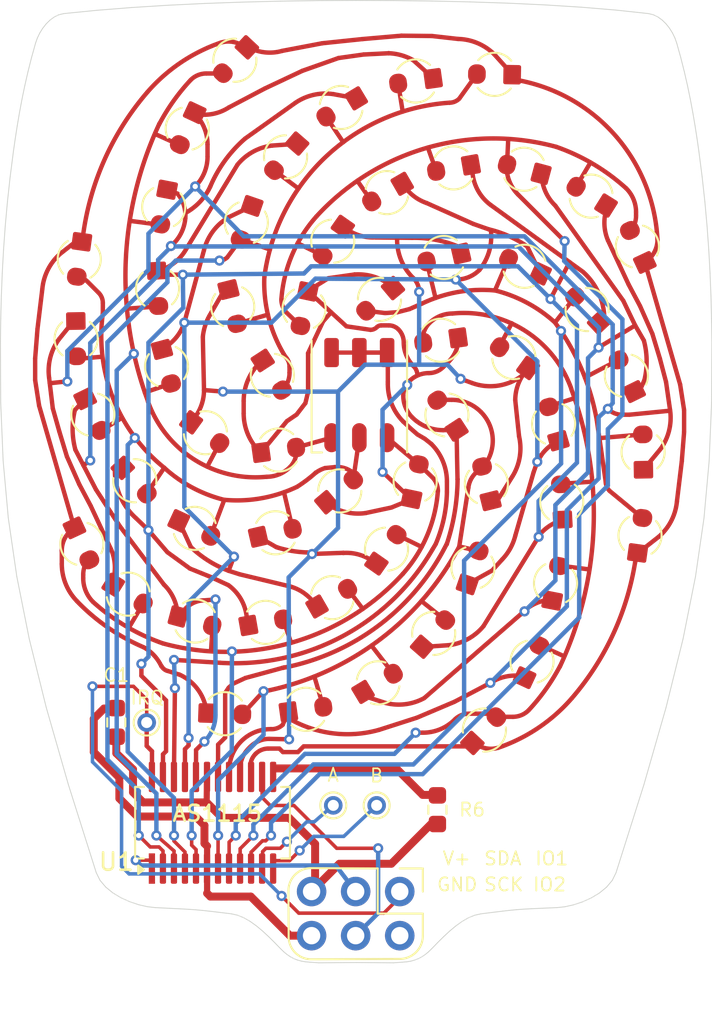
<source format=kicad_pcb>
(kicad_pcb (version 20240108) (generator "pcbnew") (generator_version "8.0")
  (title_block (title "SUPERCON 2024") (date "2024-11-10") (rev "-") (company "HACKADAY") (comment 1 "PETAL MATRIX REDRAWN") (comment 2 "PRINTED CIRCUIT BOARD") (comment 3 "AS-IS") (comment 4 "EN"))
  (layers (0 "F.Cu" signal "Top Layer") (31 "B.Cu" signal "Bottom Layer") (34 "B.Paste" user "Bottom Paste") (35 "F.Paste" user "Top Paste") (36 "B.SilkS" user "Bottom Overlay") (37 "F.SilkS" user "Top Overlay") (38 "B.Mask" user "Bottom Solder") (39 "F.Mask" user "Top Solder") (44 "Edge.Cuts" user))
  (net 0 "")
  (net 1 "/SCL")
  (net 2 "/SDA")
  (net 3 "VDD")
  (net 4 "GND")
  (net 5 "/A4")
  (net 6 "/A2")
  (net 7 "/K4")
  (net 8 "/K1")
  (net 9 "/A6")
  (net 10 "/K7")
  (net 11 "/K6")
  (net 12 "/INPA")
  (net 13 "/K0")
  (net 14 "/IRQ")
  (net 15 "/A3")
  (net 16 "/K2")
  (net 17 "/K3")
  (net 18 "/RSET")
  (net 19 "/A0")
  (net 20 "/K5")
  (net 21 "/A7")
  (net 22 "/INPB")
  (net 23 "/A1")
  (net 24 "/A5")
  (footprint ".sao-petal:LED_0603_1608Metric-SAO" (layer "F.Cu") (at 149.14205 93.05705 79)
    (property "Reference" "LED26" (hide yes))
    (property "Value" "LED45")
  )
  (footprint ".sao-petal:LED_0603_1608Metric-SAO" (layer "F.Cu") (at 147.78625 97.57017 65)
    (property "Reference" "LED27" (hide yes))
    (property "Value" "LED45")
  )
  (footprint ".sao-petal:TestPoint_Plated_Hole-SAO" (layer "F.Cu") (at 136.33625 105.84357)
    (property "Reference" "TP2" (hide yes))
    (property "Value" "TestPoint")
  )
  (footprint ".sao-petal:LED_0603_1608Metric-SAO" (layer "F.Cu") (at 138.92165 98.78937 31)
    (property "Reference" "LED33" (hide yes))
    (property "Value" "LED45")
  )
  (footprint ".sao-petal:LED_0603_1608Metric-SAO" (layer "F.Cu") (at 121.70045 74.40537 -98)
    (property "Reference" "LED49" (hide yes))
    (property "Value" "LED45")
  )
  (footprint ".sao-petal:LED_0603_1608Metric-SAO" (layer "F.Cu") (at 124.90085 87.15617 -47)
    (property "Reference" "LED46" (hide yes))
    (property "Value" "LED45")
  )
  (footprint ".sao-petal:LED_0603_1608Metric-SAO" (layer "F.Cu") (at 121.52265 78.97737 -89)
    (property "Reference" "LED48" (hide yes))
    (property "Value" "LED45")
  )
  (footprint ".sao-petal:LED_0603_1608Metric-SAO" (layer "F.Cu") (at 154.18705 85.50517 91)
    (property "Reference" "LED20" (hide yes))
    (property "Value" "LED45")
  )
  (footprint ".sao-petal:LED_0603_1608Metric-SAO" (layer "F.Cu") (at 145.62725 63.76277 179)
    (property "Reference" "LED7" (hide yes))
    (property "Value" "LED45")
  )
  (footprint ".sao-petal:LED_0603_1608Metric-SAO" (layer "F.Cu") (at 147.32905 69.22377 165)
    (property "Reference" "LED12" (hide yes))
    (property "Value" "LED45")
  )
  (footprint ".sao-petal:LED_WS2812_PLCC6_5.0x5.0mm_P1.6mm-SAO" (layer "F.Cu") (at 137.83814 82.22835 90)
    (property "Reference" "LED57" (hide yes))
    (property "Value" "WL-SFTW")
  )
  (footprint ".sao-petal:LED_0603_1608Metric-SAO" (layer "F.Cu") (at 126.21114 76.0824 -87)
    (property "Reference" "LED53" (hide yes))
    (property "Value" "LED45")
  )
  (footprint ".sao-petal:LED_0603_1608Metric-SAO" (layer "F.Cu") (at 132.44465 95.30957 10)
    (property "Reference" "LED39" (hide yes))
    (property "Value" "LED45")
  )
  (footprint ".sao-petal:LED_0603_1608Metric-SAO" (layer "F.Cu") (at 147.35445 74.81177 155)
    (property "Reference" "LED17" (hide yes))
    (property "Value" "LED45")
  )
  (footprint ".sao-petal:LED_0603_1608Metric-SAO" (layer "F.Cu") (at 136.28005 93.88717 30)
    (property "Reference" "LED38" (hide yes))
    (property "Value" "LED45")
  )
  (footprint ".sao-petal:LED_0603_1608Metric-SAO" (layer "F.Cu") (at 130.54381 77.13542 -76)
    (property "Reference" "LED2" (hide yes))
    (property "Value" "LED45")
  )
  (footprint ".sao-petal:LED_0603_1608Metric-SAO" (layer "F.Cu") (at 154.00925 90.30577 82)
    (property "Reference" "LED21" (hide yes))
    (property "Value" "LED45")
  )
  (footprint ".sao-petal:LED_0603_1608Metric-SAO" (layer "F.Cu") (at 128.38065 95.23337 -15)
    (property "Reference" "LED40" (hide yes))
    (property "Value" "LED45")
  )
  (footprint ".sao-petal:LED_0603_1608Metric-SAO" (layer "F.Cu") (at 133.58765 68.51257 -131)
    (property "Reference" "LED4" (hide yes))
    (property "Value" "LED45")
  )
  (footprint ".sao-petal:LED_0603_1608Metric-SAO" (layer "F.Cu") (at 151.18985 70.77317 148)
    (property "Reference" "LED13" (hide yes))
    (property "Value" "LED45")
  )
  (footprint ".sao-petal:SAO_PIN_HEADER_2x03" (layer "F.Cu") (at 140.16625 110.80357 -90)
    (property "Reference" "J1" (hide yes))
    (property "Value" "SAO CONNECTOR")
  )
  (footprint ".sao-petal:R_0603_1608Metric_SAO" (layer "F.Cu") (at 123.83625 101.06857 90)
    (property "Reference" "C1")
    (property "Value" "C")
  )
  (footprint ".sao-petal:LED_0603_1608Metric-SAO" (layer "F.Cu") (at 126.72965 80.57757 -75)
    (property "Reference" "LED52" (hide yes))
    (property "Value" "LED45")
  )
  (footprint ".sao-petal:LED_0603_1608Metric-SAO" (layer "F.Cu") (at 145.04305 101.50717 47)
    (property "Reference" "LED28" (hide yes))
    (property "Value" "LED45")
  )
  (footprint ".sao-petal:LED_0603_1608Metric-SAO" (layer "F.Cu") (at 138.99785 76.71677 -140)
    (property "Reference" "LED15" (hide yes))
    (property "Value" "LED45")
  )
  (footprint ".sao-petal:LED_0603_1608Metric-SAO" (layer "F.Cu") (at 153.22185 81.11097 116)
    (property "Reference" "LED19" (hide yes))
    (property "Value" "LED45")
  )
  (footprint ".sao-petal:LED_0603_1608Metric-SAO" (layer "F.Cu") (at 141.08065 64.14377 -172)
    (property "Reference" "LED6" (hide yes))
    (property "Value" "LED45")
  )
  (footprint ".sao-petal:LED_0603_1608Metric-SAO" (layer "F.Cu") (at 142.12205 95.94457 49)
    (property "Reference" "LED32" (hide yes))
    (property "Value" "LED45")
  )
  (footprint ".sao-petal:LED_0603_1608Metric-SAO" (layer "F.Cu") (at 134.75605 100.31337 8)
    (property "Reference" "LED34" (hide yes))
    (property "Value" "LED45")
  )
  (footprint ".sao-petal:LED_0603_1608Metric-SAO" (layer "F.Cu") (at 136.30545 73.36397 -125)
    (property "Reference" "LED9" (hide yes))
    (property "Value" "LED45")
  )
  (footprint ".sao-petal:LED_0603_1608Metric-SAO" (layer "F.Cu") (at 145.15704 87.3221 104)
    (property "Reference" "LED30" (hide yes))
    (property "Value" "LED45")
  )
  (footprint ".sao-petal:LED_0603_1608Metric-SAO" (layer "F.Cu") (at 149.03085 83.87957 106)
    (property "Reference" "LED24" (hide yes))
    (property "Value" "LED45")
  )
  (footprint ".sao-petal:LED_0603_1608Metric-SAO" (layer "F.Cu") (at 127.92345 66.88697 -115)
    (property "Reference" "LED55" (hide yes))
    (property "Value" "LED45")
  )
  (footprint ".sao-petal:LED_0603_1608Metric-SAO" (layer "F.Cu") (at 134.65445 77.25017 -102)
    (property "Reference" "LED8" (hide yes))
    (property "Value" "LED45")
  )
  (footprint ".sao-petal:LED_0603_1608Metric-SAO" (layer "F.Cu") (at 132.82565 81.08557 -57)
    (property "Reference" "LED1" (hide yes))
    (property "Value" "LED45")
  )
  (footprint ".sao-petal:LED_0603_1608Metric-SAO" (layer "F.Cu") (at 146.74156 80.06666 144)
    (property "Reference" "LED23" (hide yes))
    (property "Value" "LED45")
  )
  (footprint ".sao-petal:LED_0603_1608Metric-SAO" (layer "F.Cu") (at 139.40425 91.09317 55)
    (property "Reference" "LED37" (hide yes))
    (property "Value" "LED45")
  )
  (footprint ".sao-petal:LED_0603_1608Metric-SAO" (layer "F.Cu") (at 144.38265 92.15997 71)
    (property "Reference" "LED31" (hide yes))
    (property "Value" "LED45")
  )
  (footprint ".sao-petal:LED_0603_1608Metric-SAO" (layer "F.Cu") (at 131.32705 72.29717 -109)
    (property "Reference" "LED3" (hide yes))
    (property "Value" "LED45")
  )
  (footprint ".sao-petal:LED_0603_1608Metric-SAO" (layer "F.Cu") (at 133.00345 90.15337 13)
    (property "Reference" "LED44" (hide yes))
    (property "Value" "LED45")
  )
  (footprint ".sao-petal:LED_0603_1608Metric-SAO" (layer "F.Cu") (at 142.70625 74.30377 -167)
    (property "Reference" "LED16" (hide yes))
    (property "Value" "LED45")
  )
  (footprint ".sao-petal:TestPoint_Plated_Hole-SAO" (layer "F.Cu") (at 138.83625 105.84357)
    (property "Reference" "TP3" (hide yes))
    (property "Value" "TestPoint")
  )
  (footprint ".sao-petal:LED_0603_1608Metric-SAO" (layer "F.Cu") (at 130.66665 62.94997 -133)
    (property "Reference" "LED56" (hide yes))
    (property "Value" "LED45")
  )
  (footprint ".sao-petal:LED_0603_1608Metric-SAO" (layer "F.Cu") (at 130.08245 100.56737 -2)
    (property "Reference" "LED35" (hide yes))
    (property "Value" "LED45")
  )
  (footprint ".sao-petal:LED_0603_1608Metric-SAO" (layer "F.Cu") (at 136.78805 65.66777 -149)
    (property "Reference" "LED5" (hide yes))
    (property "Value" "LED45")
  )
  (footprint ".sao-petal:LED_0603_1608Metric-SAO" (layer "F.Cu") (at 136.71185 87.74037 40)
    (property "Reference" "LED43" (hide yes))
    (property "Value" "LED45")
  )
  (footprint ".sao-petal:QSOP-24_3.9x8.7mm_P0.635mm-SAO" (layer "F.Cu") (at 129.37875 106.84357 90)
    (property "Reference" "U1")
    (property "Value" "AS1115-BSST")
  )
  (footprint ".sao-petal:LED_0603_1608Metric-SAO" (layer "F.Cu") (at 126.56765 71.40009 -101)
    (property "Reference" "LED54" (hide yes))
    (property "Value" "LED45")
  )
  (footprint ".sao-petal:LED_0603_1608Metric-SAO" (layer "F.Cu") (at 121.85285 90.78837 -65)
    (property "Reference" "LED42" (hide yes))
    (property "Value" "LED45")
  )
  (footprint ".sao-petal:LED_0603_1608Metric-SAO" (layer "F.Cu") (at 124.51985 93.68397 -32)
    (property "Reference" "LED41" (hide yes))
    (property "Value" "LED45")
  )
  (footprint ".sao-petal:LED_0603_1608Metric-SAO" (layer "F.Cu") (at 133.18501 85.38849 8)
    (property "Reference" "LED50" (hide yes))
    (property "Value" "LED45")
  )
  (footprint ".sao-petal:LED_0603_1608Metric-SAO" (layer "F.Cu") (at 150.96125 77.30097 133)
    (property "Reference" "LED18" (hide yes))
    (property "Value" "LED45")
  )
  (footprint ".sao-petal:LED_0603_1608Metric-SAO" (layer "F.Cu") (at 142.52469 79.06865 -172)
    (property "Reference" "LED22" (hide yes))
    (property "Value" "LED45")
  )
  (footprint ".sao-petal:LED_0603_1608Metric-SAO" (layer "F.Cu") (at 139.42965 70.56997 -150)
    (property "Reference" "LED10" (hide yes))
    (property "Value" "LED45")
  )
  (footprint ".sao-petal:LED_0603_1608Metric-SAO" (layer "F.Cu") (at 128.96814 84.39048 -36)
    (property "Reference" "LED51" (hide yes))
    (property "Value" "LED45")
  )
  (footprint ".sao-petal:LED_0603_1608Metric-SAO" (layer "F.Cu") (at 143.26505 69.14757 -170)
    (property "Reference" "LED11" (hide yes))
    (property "Value" "LED45")
  )
  (footprint ".sao-petal:TestPoint_Plated_Hole-SAO" (layer "F.Cu") (at 125.58665 101.07537)
    (property "Reference" "TP1" (hide yes))
    (property "Value" "TestPoint")
  )
  (footprint ".sao-petal:LED_0603_1608Metric-SAO" (layer "F.Cu") (at 128.35525 89.89937 -25)
    (property "Reference" "LED45" (hide yes))
    (property "Value" "LED45")
  )
  (footprint ".sao-petal:LED_0603_1608Metric-SAO" (layer "F.Cu") (at 122.48785 83.34617 -64)
    (property "Reference" "LED47" (hide yes))
    (property "Value" "LED45")
  )
  (footprint ".sao-petal:LED_0603_1608Metric-SAO" (layer "F.Cu") (at 141.05525 87.20697 78)
    (property "Reference" "LED36" (hide yes))
    (property "Value" "LED45")
  )
  (footprint ".sao-petal:R_0603_1608Metric_SAO" (layer "F.Cu") (at 142.33625 106.09357 90)
    (property "Reference" "R6")
    (property "Value" "RES")
  )
  (footprint ".sao-petal:LED_0603_1608Metric-SAO" (layer "F.Cu") (at 149.49856 88.37474 93)
    (property "Reference" "LED25" (hide yes))
    (property "Value" "LED45")
  )
  (footprint ".sao-petal:LED_0603_1608Metric-SAO" (layer "F.Cu") (at 142.88405 83.37157 123)
    (property "Reference" "LED29" (hide yes))
    (property "Value" "LED45")
  )
  (footprint ".sao-petal:LED_0603_1608Metric-SAO" (layer "F.Cu") (at 153.85685 73.66877 115)
    (property "Reference" "LED14" (hide yes))
    (property "Value" "LED45")
  )
  (gr_line (start 156.01915 61.66837) (end 155.87985 61.38067) (stroke (width 0.05)) (layer "Edge.Cuts"))
  (gr_line (start 158.04315 75.20437) (end 157.96965 73.86567) (stroke (width 0.05)) (layer "Edge.Cuts"))
  (gr_line (start 140.57475 114.84937) (end 140.80715 114.80997) (stroke (width 0.05)) (layer "Edge.Cuts"))
  (gr_line (start 157.05055 65.96337) (end 156.90675 65.19537) (stroke (width 0.05)) (layer "Edge.Cuts"))
  (gr_line (start 128.80325 111.89117) (end 129.22735 111.93747) (stroke (width 0.05)) (layer "Edge.Cuts"))
  (gr_line (start 157.39655 68.17217) (end 157.29305 67.45167) (stroke (width 0.05)) (layer "Edge.Cuts"))
  (gr_line (start 134.73345 114.84937) (end 134.98105 114.86927) (stroke (width 0.05)) (layer "Edge.Cuts"))
  (gr_line (start 155.28535 60.63657) (end 155.04015 60.45887) (stroke (width 0.05)) (layer "Edge.Cuts"))
  (gr_line (start 118.82135 96.26717) (end 119.80045 100.21327) (stroke (width 0.05)) (layer "Edge.Cuts"))
  (gr_line (start 118.01515 67.45167) (end 117.91165 68.17217) (stroke (width 0.05)) (layer "Edge.Cuts"))
  (gr_line (start 157.69495 89.30297) (end 157.99265 86.00997) (stroke (width 0.05)) (layer "Edge.Cuts"))
  (gr_line (start 123.64175 110.88537) (end 124.11605 111.16847) (stroke (width 0.05)) (layer "Edge.Cuts"))
  (gr_line (start 133.87405 114.56397) (end 134.07345 114.66837) (stroke (width 0.05)) (layer "Edge.Cuts"))
  (gr_line (start 130.45875 112.08577) (end 130.82565 112.16767) (stroke (width 0.05)) (layer "Edge.Cuts"))
  (gr_line (start 156.35525 62.79387) (end 156.12315 61.96057) (stroke (width 0.05)) (layer "Edge.Cuts"))
  (gr_line (start 122.68095 109.71987) (end 122.89795 110.15937) (stroke (width 0.05)) (layer "Edge.Cuts"))
  (gr_line (start 143.04525 113.07757) (end 143.40005 112.78177) (stroke (width 0.05)) (layer "Edge.Cuts"))
  (gr_line (start 158.09525 76.52157) (end 158.04315 75.20437) (stroke (width 0.05)) (layer "Edge.Cuts"))
  (gr_line (start 117.17635 82.65997) (end 117.31575 86.00977) (stroke (width 0.05)) (layer "Edge.Cuts"))
  (gr_line (start 137.65405 114.89097) (end 139.81425 114.90717) (stroke (width 0.05)) (layer "Edge.Cuts"))
  (gr_line (start 131.90825 112.78177) (end 132.26295 113.07757) (stroke (width 0.05)) (layer "Edge.Cuts"))
  (gr_line (start 150.17715 111.57017) (end 150.69205 111.39997) (stroke (width 0.05)) (layer "Edge.Cuts"))
  (gr_line (start 128.93755 59.68077) (end 126.79795 59.78447) (stroke (width 0.05)) (layer "Edge.Cuts"))
  (gr_line (start 117.43685 72.49927) (end 117.33865 73.86567) (stroke (width 0.05)) (layer "Edge.Cuts"))
  (gr_line (start 117.72015 69.65867) (end 117.56295 71.09897) (stroke (width 0.05)) (layer "Edge.Cuts"))
  (gr_line (start 118.25765 65.96337) (end 118.12965 66.71547) (stroke (width 0.05)) (layer "Edge.Cuts"))
  (gr_line (start 117.33865 73.86567) (end 117.26505 75.20437) (stroke (width 0.05)) (layer "Edge.Cuts"))
  (gr_line (start 156.48705 96.26727) (end 157.20465 92.67627) (stroke (width 0.05)) (layer "Edge.Cuts"))
  (gr_line (start 133.30575 59.54877) (end 131.11375 59.60267) (stroke (width 0.05)) (layer "Edge.Cuts"))
  (gr_line (start 119.59915 61.10467) (end 119.42815 61.37967) (stroke (width 0.05)) (layer "Edge.Cuts"))
  (gr_line (start 149.67925 111.68067) (end 150.17715 111.57017) (stroke (width 0.05)) (layer "Edge.Cuts"))
  (gr_line (start 125.63405 111.67827) (end 126.08425 111.72957) (stroke (width 0.05)) (layer "Edge.Cuts"))
  (gr_line (start 155.70875 61.10667) (end 155.50935 60.85557) (stroke (width 0.05)) (layer "Edge.Cuts"))
  (gr_line (start 120.80745 60.26427) (end 120.53045 60.32937) (stroke (width 0.05)) (layer "Edge.Cuts"))
  (gr_line (start 117.56295 71.09897) (end 117.43685 72.49927) (stroke (width 0.05)) (layer "Edge.Cuts"))
  (gr_line (start 118.74675 63.61067) (end 118.56375 64.41107) (stroke (width 0.05)) (layer "Edge.Cuts"))
  (gr_line (start 127.54295 111.80117) (end 128.02385 111.82827) (stroke (width 0.05)) (layer "Edge.Cuts"))
  (gr_line (start 134.98105 114.86927) (end 135.49395 114.90717) (stroke (width 0.05)) (layer "Edge.Cuts"))
  (gr_line (start 117.61345 89.30267) (end 118.10385 92.67607) (stroke (width 0.05)) (layer "Edge.Cuts"))
  (gr_line (start 143.75785 112.52517) (end 144.11865 112.31727) (stroke (width 0.05)) (layer "Edge.Cuts"))
  (gr_line (start 146.08075 111.93467) (end 146.50475 111.88597) (stroke (width 0.05)) (layer "Edge.Cuts"))
  (gr_line (start 158.14755 79.11587) (end 158.12895 77.82327) (stroke (width 0.05)) (layer "Edge.Cuts"))
  (gr_line (start 126.91735 111.76997) (end 127.54295 111.80117) (stroke (width 0.05)) (layer "Edge.Cuts"))
  (gr_line (start 119.18505 61.96057) (end 118.95305 62.79387) (stroke (width 0.05)) (layer "Edge.Cuts"))
  (gr_line (start 157.74535 71.09907) (end 157.58805 69.65877) (stroke (width 0.05)) (layer "Edge.Cuts"))
  (gr_line (start 132.61455 113.40287) (end 132.96305 113.74817) (stroke (width 0.05)) (layer "Edge.Cuts"))
  (gr_line (start 157.17855 66.71547) (end 157.05055 65.96337) (stroke (width 0.05)) (layer "Edge.Cuts"))
  (gr_line (start 154.23285 104.65177) (end 155.50795 100.21327) (stroke (width 0.05)) (layer "Edge.Cuts"))
  (gr_line (start 132.26295 113.07757) (end 132.61455 113.40287) (stroke (width 0.05)) (layer "Edge.Cuts"))
  (gr_line (start 120.53045 60.32937) (end 120.26765 60.45537) (stroke (width 0.05)) (layer "Edge.Cuts"))
  (gr_line (start 157.96965 73.86567) (end 157.87145 72.49937) (stroke (width 0.05)) (layer "Edge.Cuts"))
  (gr_line (start 122.89795 110.15937) (end 123.22705 110.54847) (stroke (width 0.05)) (layer "Edge.Cuts"))
  (gr_line (start 137.65405 59.50737) (end 135.49285 59.51747) (stroke (width 0.05)) (layer "Edge.Cuts"))
  (gr_line (start 155.50795 100.21327) (end 156.48705 96.26727) (stroke (width 0.05)) (layer "Edge.Cuts"))
  (gr_line (start 141.62665 114.43587) (end 141.81455 114.28287) (stroke (width 0.05)) (layer "Edge.Cuts"))
  (gr_line (start 154.77745 60.33167) (end 154.50075 60.26427) (stroke (width 0.05)) (layer "Edge.Cuts"))
  (gr_line (start 118.95305 62.79387) (end 118.74675 63.61067) (stroke (width 0.05)) (layer "Edge.Cuts"))
  (gr_line (start 139.81895 59.51567) (end 137.65405 59.50737) (stroke (width 0.05)) (layer "Edge.Cuts"))
  (gr_line (start 117.26505 75.20437) (end 117.21305 76.52157) (stroke (width 0.05)) (layer "Edge.Cuts"))
  (gr_line (start 128.42305 111.85647) (end 128.80325 111.89117) (stroke (width 0.05)) (layer "Edge.Cuts"))
  (gr_line (start 119.28895 61.66817) (end 119.18505 61.96057) (stroke (width 0.05)) (layer "Edge.Cuts"))
  (gr_line (start 118.12965 66.71547) (end 118.01515 67.45167) (stroke (width 0.05)) (layer "Edge.Cuts"))
  (gr_line (start 130.82565 112.16767) (end 131.18955 112.31727) (stroke (width 0.05)) (layer "Edge.Cuts"))
  (gr_line (start 135.49395 114.90717) (end 137.65405 114.89097) (stroke (width 0.05)) (layer "Edge.Cuts"))
  (gr_line (start 154.50075 60.26427) (end 152.62145 60.06207) (stroke (width 0.05)) (layer "Edge.Cuts"))
  (gr_line (start 142.34515 113.74817) (end 142.69365 113.40287) (stroke (width 0.05)) (layer "Edge.Cuts"))
  (gr_line (start 152.62145 60.06207) (end 150.62955 59.89667) (stroke (width 0.05)) (layer "Edge.Cuts"))
  (gr_line (start 124.62375 111.39607) (end 125.13845 111.56657) (stroke (width 0.05)) (layer "Edge.Cuts"))
  (gr_line (start 125.13845 111.56657) (end 125.63405 111.67827) (stroke (width 0.05)) (layer "Edge.Cuts"))
  (gr_line (start 131.18955 112.31727) (end 131.55035 112.52517) (stroke (width 0.05)) (layer "Edge.Cuts"))
  (gr_line (start 157.58805 69.65877) (end 157.39655 68.17217) (stroke (width 0.05)) (layer "Edge.Cuts"))
  (gr_line (start 128.02385 111.82827) (end 128.42305 111.85647) (stroke (width 0.05)) (layer "Edge.Cuts"))
  (gr_line (start 156.56155 63.61077) (end 156.35525 62.79387) (stroke (width 0.05)) (layer "Edge.Cuts"))
  (gr_line (start 131.55035 112.52517) (end 131.90825 112.78177) (stroke (width 0.05)) (layer "Edge.Cuts"))
  (gr_line (start 152.08345 110.55007) (end 152.41075 110.16007) (stroke (width 0.05)) (layer "Edge.Cuts"))
  (gr_line (start 134.50105 114.80997) (end 134.73345 114.84937) (stroke (width 0.05)) (layer "Edge.Cuts"))
  (gr_line (start 150.69205 111.39997) (end 151.19855 111.17197) (stroke (width 0.05)) (layer "Edge.Cuts"))
  (gr_line (start 117.16065 79.11587) (end 117.17635 82.65997) (stroke (width 0.05)) (layer "Edge.Cuts"))
  (gr_line (start 129.22735 111.93747) (end 129.75825 112.00057) (stroke (width 0.05)) (layer "Edge.Cuts"))
  (gr_line (start 155.50935 60.85557) (end 155.28535 60.63657) (stroke (width 0.05)) (layer "Edge.Cuts"))
  (gr_line (start 141.02645 114.74997) (end 141.23475 114.66837) (stroke (width 0.05)) (layer "Edge.Cuts"))
  (gr_line (start 151.67085 110.88807) (end 152.08345 110.55007) (stroke (width 0.05)) (layer "Edge.Cuts"))
  (gr_line (start 143.40005 112.78177) (end 143.75785 112.52517) (stroke (width 0.05)) (layer "Edge.Cuts"))
  (gr_line (start 118.40155 65.19527) (end 118.25765 65.96337) (stroke (width 0.05)) (layer "Edge.Cuts"))
  (gr_line (start 156.12315 61.96057) (end 156.01915 61.66837) (stroke (width 0.05)) (layer "Edge.Cuts"))
  (gr_line (start 123.22705 110.54847) (end 123.64175 110.88537) (stroke (width 0.05)) (layer "Edge.Cuts"))
  (gr_line (start 148.54895 59.76507) (end 146.40375 59.66427) (stroke (width 0.05)) (layer "Edge.Cuts"))
  (gr_line (start 145.54995 111.99977) (end 146.08075 111.93467) (stroke (width 0.05)) (layer "Edge.Cuts"))
  (gr_line (start 148.39055 111.76437) (end 149.22395 111.72957) (stroke (width 0.05)) (layer "Edge.Cuts"))
  (gr_line (start 121.07545 104.65177) (end 122.68095 109.71987) (stroke (width 0.05)) (layer "Edge.Cuts"))
  (gr_line (start 158.12895 77.82327) (end 158.09525 76.52157) (stroke (width 0.05)) (layer "Edge.Cuts"))
  (gr_line (start 146.40375 59.66427) (end 144.21765 59.59107) (stroke (width 0.05)) (layer "Edge.Cuts"))
  (gr_line (start 149.22395 111.72957) (end 149.67925 111.68067) (stroke (width 0.05)) (layer "Edge.Cuts"))
  (gr_line (start 156.74455 64.41117) (end 156.56155 63.61077) (stroke (width 0.05)) (layer "Edge.Cuts"))
  (gr_line (start 156.90675 65.19537) (end 156.74455 64.41117) (stroke (width 0.05)) (layer "Edge.Cuts"))
  (gr_line (start 118.10385 92.67607) (end 118.82135 96.26717) (stroke (width 0.05)) (layer "Edge.Cuts"))
  (gr_line (start 126.08425 111.72957) (end 126.91735 111.76997) (stroke (width 0.05)) (layer "Edge.Cuts"))
  (gr_line (start 134.07345 114.66837) (end 134.28175 114.74997) (stroke (width 0.05)) (layer "Edge.Cuts"))
  (gr_line (start 134.28175 114.74997) (end 134.50105 114.80997) (stroke (width 0.05)) (layer "Edge.Cuts"))
  (gr_line (start 155.87985 61.38067) (end 155.70875 61.10667) (stroke (width 0.05)) (layer "Edge.Cuts"))
  (gr_line (start 120.02245 60.63297) (end 119.79845 60.85257) (stroke (width 0.05)) (layer "Edge.Cuts"))
  (gr_line (start 140.32715 114.86927) (end 140.57475 114.84937) (stroke (width 0.05)) (layer "Edge.Cuts"))
  (gr_line (start 119.80045 100.21327) (end 121.07545 104.65177) (stroke (width 0.05)) (layer "Edge.Cuts"))
  (gr_line (start 141.23475 114.66837) (end 141.43415 114.56397) (stroke (width 0.05)) (layer "Edge.Cuts"))
  (gr_line (start 117.91165 68.17217) (end 117.72015 69.65867) (stroke (width 0.05)) (layer "Edge.Cuts"))
  (gr_line (start 144.11865 112.31727) (end 144.48255 112.16767) (stroke (width 0.05)) (layer "Edge.Cuts"))
  (gr_line (start 147.76485 111.79287) (end 148.39055 111.76437) (stroke (width 0.05)) (layer "Edge.Cuts"))
  (gr_line (start 117.21305 76.52157) (end 117.17925 77.82327) (stroke (width 0.05)) (layer "Edge.Cuts"))
  (gr_line (start 122.71205 60.07477) (end 120.80745 60.26427) (stroke (width 0.05)) (layer "Edge.Cuts"))
  (gr_line (start 133.49365 114.28287) (end 133.68155 114.43587) (stroke (width 0.05)) (layer "Edge.Cuts"))
  (gr_line (start 140.80715 114.80997) (end 141.02645 114.74997) (stroke (width 0.05)) (layer "Edge.Cuts"))
  (gr_line (start 141.81455 114.28287) (end 141.99975 114.10397) (stroke (width 0.05)) (layer "Edge.Cuts"))
  (gr_line (start 157.87145 72.49937) (end 157.74535 71.09907) (stroke (width 0.05)) (layer "Edge.Cuts"))
  (gr_line (start 118.56375 64.41107) (end 118.40155 65.19527) (stroke (width 0.05)) (layer "Edge.Cuts"))
  (gr_line (start 132.96305 113.74817) (end 133.30845 114.10397) (stroke (width 0.05)) (layer "Edge.Cuts"))
  (gr_line (start 144.84945 112.08577) (end 145.54995 111.99977) (stroke (width 0.05)) (layer "Edge.Cuts"))
  (gr_line (start 157.20465 92.67627) (end 157.69495 89.30297) (stroke (width 0.05)) (layer "Edge.Cuts"))
  (gr_line (start 157.99265 86.00997) (end 158.13205 82.66007) (stroke (width 0.05)) (layer "Edge.Cuts"))
  (gr_line (start 135.49285 59.51747) (end 133.30575 59.54877) (stroke (width 0.05)) (layer "Edge.Cuts"))
  (gr_line (start 144.48255 112.16767) (end 144.84945 112.08577) (stroke (width 0.05)) (layer "Edge.Cuts"))
  (gr_line (start 126.79795 59.78447) (end 124.71585 59.91537) (stroke (width 0.05)) (layer "Edge.Cuts"))
  (gr_line (start 129.75825 112.00057) (end 130.45875 112.08577) (stroke (width 0.05)) (layer "Edge.Cuts"))
  (gr_line (start 139.81425 114.90717) (end 140.32715 114.86927) (stroke (width 0.05)) (layer "Edge.Cuts"))
  (gr_line (start 144.21765 59.59107) (end 142.01475 59.54257) (stroke (width 0.05)) (layer "Edge.Cuts"))
  (gr_line (start 146.50475 111.88597) (end 146.88485 111.84917) (stroke (width 0.05)) (layer "Edge.Cuts"))
  (gr_line (start 151.19855 111.17197) (end 151.67085 110.88807) (stroke (width 0.05)) (layer "Edge.Cuts"))
  (gr_line (start 119.42815 61.37967) (end 119.28895 61.66817) (stroke (width 0.05)) (layer "Edge.Cuts"))
  (gr_line (start 147.28395 111.81957) (end 147.76485 111.79287) (stroke (width 0.05)) (layer "Edge.Cuts"))
  (gr_line (start 155.04015 60.45887) (end 154.77745 60.33167) (stroke (width 0.05)) (layer "Edge.Cuts"))
  (gr_line (start 141.99975 114.10397) (end 142.34515 113.74817) (stroke (width 0.05)) (layer "Edge.Cuts"))
  (gr_line (start 152.62725 109.71987) (end 154.23285 104.65177) (stroke (width 0.05)) (layer "Edge.Cuts"))
  (gr_line (start 131.11375 59.60267) (end 128.93755 59.68077) (stroke (width 0.05)) (layer "Edge.Cuts"))
  (gr_line (start 150.62955 59.89667) (end 148.54895 59.76507) (stroke (width 0.05)) (layer "Edge.Cuts"))
  (gr_line (start 157.29305 67.45167) (end 157.17855 66.71547) (stroke (width 0.05)) (layer "Edge.Cuts"))
  (gr_line (start 141.43415 114.56397) (end 141.62665 114.43587) (stroke (width 0.05)) (layer "Edge.Cuts"))
  (gr_line (start 120.26765 60.45537) (end 120.02245 60.63297) (stroke (width 0.05)) (layer "Edge.Cuts"))
  (gr_line (start 119.79845 60.85257) (end 119.59915 61.10467) (stroke (width 0.05)) (layer "Edge.Cuts"))
  (gr_line (start 133.68155 114.43587) (end 133.87405 114.56397) (stroke (width 0.05)) (layer "Edge.Cuts"))
  (gr_line (start 117.17925 77.82327) (end 117.16065 79.11587) (stroke (width 0.05)) (layer "Edge.Cuts"))
  (gr_line (start 133.30845 114.10397) (end 133.49365 114.28287) (stroke (width 0.05)) (layer "Edge.Cuts"))
  (gr_line (start 158.13205 82.66007) (end 158.14755 79.11587) (stroke (width 0.05)) (layer "Edge.Cuts"))
  (gr_line (start 124.71585 59.91537) (end 122.71205 60.07477) (stroke (width 0.05)) (layer "Edge.Cuts"))
  (gr_line (start 142.01475 59.54257) (end 139.81895 59.51567) (stroke (width 0.05)) (layer "Edge.Cuts"))
  (gr_line (start 152.41075 110.16007) (end 152.62725 109.71987) (stroke (width 0.05)) (layer "Edge.Cuts"))
  (gr_line (start 124.11605 111.16847) (end 124.62375 111.39607) (stroke (width 0.05)) (layer "Edge.Cuts"))
  (gr_line (start 142.69365 113.40287) (end 143.04525 113.07757) (stroke (width 0.05)) (layer "Edge.Cuts"))
  (gr_line (start 146.88485 111.84917) (end 147.28395 111.81957) (stroke (width 0.05)) (layer "Edge.Cuts"))
  (gr_line (start 117.31575 86.00977) (end 117.61345 89.30267) (stroke (width 0.05)) (layer "Edge.Cuts"))
  (gr_text "SDA" (at 144.96685 109.347515 360) (layer "F.SilkS") (effects (font (size 0.762 0.762) (thickness 0.1016) (bold yes)) (justify left bottom)))
  (gr_text "A" (at 135.93625 104.54357 360) (layer "F.SilkS") (effects (font (size 0.762 0.762) (thickness 0.1016) (bold yes)) (justify left bottom)))
  (gr_text "SCK" (at 144.96685 110.846115 360) (layer "F.SilkS") (effects (font (size 0.762 0.762) (thickness 0.1016) (bold yes)) (justify left bottom)))
  (gr_text "B" (at 138.38625 104.572315 360) (layer "F.SilkS") (effects (font (size 0.762 0.762) (thickness 0.1016) (bold yes)) (justify left bottom)))
  (gr_text "IO1" (at 147.91325 109.347515 360) (layer "F.SilkS") (effects (font (size 0.762 0.762) (thickness 0.1016) (bold yes)) (justify left bottom)))
  (gr_text "IRQ" (at 124.58625 100.09357 0) (layer "F.SilkS") (effects (font (size 0.762 0.762) (thickness 0.1016) (bold yes)) (justify left bottom)))
  (gr_text "V+" (at 142.57925 109.347515 360) (layer "F.SilkS") (effects (font (size 0.762 0.762) (thickness 0.1016) (bold yes)) (justify left bottom)))
  (gr_text "GND" (at 142.24905 110.846115 360) (layer "F.SilkS") (effects (font (size 0.762 0.762) (thickness 0.1016) (bold yes)) (justify left bottom)))
  (gr_text "IO2" (at 147.78625 110.846115 360) (layer "F.SilkS") (effects (font (size 0.762 0.762) (thickness 0.1016) (bold yes)) (justify left bottom)))
  (gr_text "AS1115" (at 126.98365 106.84357 0) (layer "F.SilkS") (effects (font (size 0.9144 0.9144) (thickness 0.1524)) (justify left bottom)))
  (segment (start 134.07025 105.85057) (end 132.69865 105.85057) (width 0.2032) (layer "F.Cu") (net 1))
  (segment (start 138.92165 108.31437) (end 136.53405 108.31437) (width 0.2032) (layer "F.Cu") (net 1))
  (segment (start 136.53405 108.31437) (end 134.07025 105.85057) (width 0.2032) (layer "F.Cu") (net 1))
  (segment (start 132.69865 105.85057) (end 132.24144 105.39336) (width 0.2032) (layer "F.Cu") (net 1))
  (segment (start 132.24144 105.39336) (end 132.23625 104.20607) (width 0.2032) (layer "F.Cu") (net 1))
  (via (at 138.92165 108.31437) (size 0.5842) (drill 0.3048) (layers "F.Cu" "B.Cu") (net 1))
  (segment (start 138.92165 112.04817) (end 138.92165 108.31437) (width 0.254) (layer "B.Cu") (net 1))
  (segment (start 137.626251 113.34357) (end 138.92165 112.04817) (width 0.254) (layer "B.Cu") (net 1))
  (segment (start 125.88625 109.48107) (end 125.86605 109.00017) (width 0.2032) (layer "F.Cu") (net 2))
  (segment (start 124.95165 109.00017) (end 125.86605 109.00017) (width 0.2032) (layer "F.Cu") (net 2))
  (via (at 124.95165 109.00017) (size 0.5842) (drill 0.3048) (layers "F.Cu" "B.Cu") (net 2))
  (segment (start 136.48325 109.30497) (end 137.62625 110.80357) (width 0.254) (layer "B.Cu") (net 2))
  (segment (start 124.95165 109.00017) (end 125.25645 109.30497) (width 0.254) (layer "B.Cu") (net 2))
  (segment (start 125.25645 109.30497) (end 136.48325 109.30497) (width 0.254) (layer "B.Cu") (net 2))
  (segment (start 139.68365 109.20337) (end 142.14745 106.73957) (width 0.4572) (layer "F.Cu") (net 3))
  (segment (start 125.38345 105.67277) (end 124.79925 105.08857) (width 0.4572) (layer "F.Cu") (net 3))
  (segment (start 136.68645 109.20337) (end 139.68365 109.20337) (width 0.4572) (layer "F.Cu") (net 3))
  (segment (start 124.79925 103.76777) (end 123.83625 102.84357) (width 0.4572) (layer "F.Cu") (net 3))
  (segment (start 135.28945 110.16857) (end 135.28945 108.06037) (width 0.4572) (layer "F.Cu") (net 3))
  (segment (start 129.04105 105.67277) (end 125.38345 105.67277) (width 0.4572) (layer "F.Cu") (net 3))
  (segment (start 135.28945 108.06037) (end 133.79085 106.56177) (width 0.4572) (layer "F.Cu") (net 3))
  (segment (start 123.83625 102.84357) (end 123.83625 101.91857) (width 0.4572) (layer "F.Cu") (net 3))
  (segment (start 135.08625 110.80357) (end 136.68645 109.20337) (width 0.4572) (layer "F.Cu") (net 3))
  (segment (start 124.79925 105.08857) (end 124.79925 103.76777) (width 0.4572) (layer "F.Cu") (net 3))
  (segment (start 135.08625 110.80357) (end 135.28945 110.16857) (width 0.4572) (layer "F.Cu") (net 3))
  (segment (start 133.79085 106.56177) (end 129.93005 106.56177) (width 0.4572) (layer "F.Cu") (net 3))
  (segment (start 129.93005 106.56177) (end 129.04105 105.67277) (width 0.4572) (layer "F.Cu") (net 3))
  (segment (start 129.04105 105.67277) (end 129.06125 104.20607) (width 0.3556) (layer "F.Cu") (net 3))
  (segment (start 128.40605 106.48557) (end 125.05325 106.48557) (width 0.4572) (layer "F.Cu") (net 4))
  (segment (start 129.25485 111.09357) (end 131.58625 111.09357) (width 0.4572) (layer "F.Cu") (net 4))
  (segment (start 129.06648 110.9052) (end 129.25485 111.09357) (width 0.4572) (layer "F.Cu") (net 4))
  (segment (start 131.58625 111.09357) (end 133.83625 113.34357) (width 0.4572) (layer "F.Cu") (net 4))
  (segment (start 133.83625 113.34357) (end 135.08625 113.34357) (width 0.4572) (layer "F.Cu") (net 4))
  (segment (start 129.06648 108.1874) (end 128.91405 108.03497) (width 0.4572) (layer "F.Cu") (net 4))
  (segment (start 129.06648 109.62) (end 129.06648 108.1874) (width 0.3556) (layer "F.Cu") (net 4))
  (segment (start 128.91405 106.99357) (end 128.40605 106.48557) (width 0.4572) (layer "F.Cu") (net 4))
  (segment (start 122.53865 100.85827) (end 123.12835 100.26857) (width 0.4572) (layer "F.Cu") (net 4))
  (segment (start 128.91405 108.03497) (end 128.91405 106.99357) (width 0.4572) (layer "F.Cu") (net 4))
  (segment (start 122.53865 102.77717) (end 122.53865 100.85827) (width 0.4572) (layer "F.Cu") (net 4))
  (segment (start 125.05325 106.48557) (end 124.01185 105.44417) (width 0.4572) (layer "F.Cu") (net 4))
  (segment (start 124.01185 105.44417) (end 124.01185 104.25037) (width 0.4572) (layer "F.Cu") (net 4))
  (segment (start 124.01185 104.25037) (end 122.53865 102.77717) (width 0.4572) (layer "F.Cu") (net 4))
  (segment (start 123.12835 100.26857) (end 123.83625 100.26857) (width 0.4572) (layer "F.Cu") (net 4))
  (segment (start 129.06648 110.9052) (end 129.06648 109.62) (width 0.3556) (layer "F.Cu") (net 4))
  (segment (start 126.46669 79.596189) (end 126.46015 79.571648) (width 0.2032) (layer "F.Cu") (net 5))
  (segment (start 147.877513 86.66857) (end 148.09105 86.06397) (width 0.254) (layer "F.Cu") (net 5))
  (segment (start 140.309532 70.06197) (end 140.331536 70.049316) (width 0.2032) (layer "F.Cu") (net 5))
  (segment (start 127.75506 78.0555) (end 128.883501 73.895892) (width 0.254) (layer "F.Cu") (net 5))
  (segment (start 143.39205 75.57377) (end 143.42735 75.57377) (width 0.254) (layer "F.Cu") (net 5))
  (segment (start 144.40804 72.37335) (end 145.313462 72.690158) (width 0.254) (layer "F.Cu") (net 5))
  (segment (start 127.99965 102.39617) (end 127.99965 101.96437) (width 0.254) (layer "F.Cu") (net 5))
  (segment (start 128.12908 90.96939) (end 128.12907 90.969387) (width 0.254) (layer "F.Cu") (net 5))
  (segment (start 130.326365 71.978683) (end 131.657827 71.336523) (width 0.254) (layer "F.Cu") (net 5))
  (segment (start 146.82622 90.30726) (end 147.877513 86.66857) (width 0.254) (layer "F.Cu") (net 5))
  (segment (start 130.30625 92.339396) (end 130.61585 91.52497) (width 0.254) (layer "F.Cu") (net 5))
  (segment (start 133.85165 93.24208) (end 133.851652 93.24207) (width 0.254) (layer "F.Cu") (net 5))
  (segment (start 145.48492 92.32604) (end 146.06943 91.6849) (width 0.254) (layer "F.Cu") (net 5))
  (segment (start 130.95595 92.54576) (end 130.30625 92.339396) (width 0.254) (layer "F.Cu") (net 5))
  (segment (start 146.826199 90.307258) (end 146.82622 90.30726) (width 0.254) (layer "F.Cu") (net 5))
  (segment (start 127.75506 78.0555) (end 127.755066 78.055496) (width 0.254) (layer "F.Cu") (net 5))
  (segment (start 127.79125 104.20607) (end 127.79125 102.60457) (width 0.254) (layer "F.Cu") (net 5))
  (segment (start 127.434441 89.46999) (end 128.12908 90.96939) (width 0.254) (layer "F.Cu") (net 5))
  (segment (start 149.310898 84.856212) (end 149.24956 84.885472) (width 0.2032) (layer "F.Cu") (net 5))
  (segment (start 145.41616 72.729917) (end 145.313462 72.690158) (width 0.254) (layer "F.Cu") (net 5))
  (segment (start 130.95595 92.54576) (end 133.85165 93.24208) (width 0.254) (layer "F.Cu") (net 5))
  (segment (start 130.29625 92.335616) (end 130.30625 92.339396) (width 0.254) (layer "F.Cu") (net 5))
  (segment (start 146.06943 91.6849) (end 146.069425 91.68489) (width 0.254) (layer "F.Cu") (net 5))
  (segment (start 141.718442 71.171466) (end 144.40804 72.37335) (width 0.254) (layer "F.Cu") (net 5))
  (segment (start 127.79125 102.60457) (end 127.99965 102.39617) (width 0.254) (layer "F.Cu") (net 5))
  (segment (start 148.33245 85.66477) (end 148.09105 86.06397) (width 0.254) (layer "F.Cu") (net 5))
  (segment (start 135.37817 94.40783) (end 135.378174 94.407824) (width 0.2032) (layer "F.Cu") (net 5))
  (segment (start 144.051873 93.120617) (end 145.48492 92.32604) (width 0.254) (layer "F.Cu") (net 5))
  (segment (start 147.506105 73.664763) (end 148.275259 75.24115) (width 0.254) (layer "F.Cu") (net 5))
  (segment (start 144.754625 75.023995) (end 144.754628 75.023998) (width 0.254) (layer "F.Cu") (net 5))
  (segment (start 135.400168 94.39517) (end 135.37817 94.40783) (width 0.2032) (layer "F.Cu") (net 5))
  (via (at 148.09105 86.06397) (size 0.5842) (drill 0.3048) (layers "F.Cu" "B.Cu") (net 5))
  (via (at 143.39205 75.57377) (size 0.5842) (drill 0.3048) (layers "F.Cu" "B.Cu") (net 5))
  (via (at 127.99965 101.96437) (size 0.5842) (drill 0.3048) (layers "F.Cu" "B.Cu") (net 5))
  (via (at 130.61585 91.52497) (size 0.5842) (drill 0.3048) (layers "F.Cu" "B.Cu") (net 5))
  (via (at 127.75506 78.0555) (size 0.5842) (drill 0.3048) (layers "F.Cu" "B.Cu") (net 5))
  (arc (start 146.069425 91.68489) (mid 146.537592 91.045393) (end 146.826199 90.307258) (width 0.254) (layer "F.Cu") (net 5))
  (arc (start 145.41616 72.729917) (mid 145.317869 73.943995) (end 144.754628 75.023998) (width 0.254) (layer "F.Cu") (net 5))
  (arc (start 145.313462 72.690158) (mid 146.455593 73.074399) (end 147.506105 73.664763) (width 0.254) (layer "F.Cu") (net 5))
  (arc (start 128.883501 73.895892) (mid 129.409594 72.790278) (end 130.326365 71.978683) (width 0.254) (layer "F.Cu") (net 5))
  (arc (start 127.755066 78.055496) (mid 127.258399 78.942359) (end 126.46015 79.571648) (width 0.254) (layer "F.Cu") (net 5))
  (arc (start 141.718442 71.171466) (mid 140.925938 70.732812) (end 140.331536 70.049316) (width 0.254) (layer "F.Cu") (net 5))
  (arc (start 128.12907 90.969387) (mid 129.144013 91.761394) (end 130.29625 92.335616) (width 0.254) (layer "F.Cu") (net 5))
  (arc (start 133.851652 93.24207) (mid 134.726273 93.679125) (end 135.378174 94.407824) (width 0.254) (layer "F.Cu") (net 5))
  (arc (start 144.754625 75.023995) (mid 144.145666 75.430888) (end 143.42735 75.57377) (width 0.254) (layer "F.Cu") (net 5))
  (arc (start 148.33245 85.66477) (mid 148.74539 85.221441) (end 149.24956 84.885472) (width 0.254) (layer "F.Cu") (net 5))
  (segment (start 143.39205 75.57377) (end 148.09105 80.27277) (width 0.254) (layer "B.Cu") (net 5))
  (segment (start 127.75506 88.66418) (end 127.75506 78.0555) (width 0.254) (layer "B.Cu") (net 5))
  (segment (start 127.75506 78.0555) (end 132.77485 78.0555) (width 0.254) (layer "B.Cu") (net 5))
  (segment (start 132.77485 78.0555) (end 135.30738 75.52297) (width 0.254) (layer "B.Cu") (net 5))
  (segment (start 127.99965 94.14117) (end 130.61585 91.52497) (width 0.254) (layer "B.Cu") (net 5))
  (segment (start 148.09105 80.27277) (end 148.09105 86.06397) (width 0.254) (layer "B.Cu") (net 5))
  (segment (start 127.75506 88.66418) (end 130.61585 91.52497) (width 0.254) (layer "B.Cu") (net 5))
  (segment (start 135.30738 75.52297) (end 143.39205 75.57377) (width 0.254) (layer "B.Cu") (net 5))
  (segment (start 127.99965 101.96437) (end 127.99965 94.14117) (width 0.254) (layer "B.Cu") (net 5))
  (segment (start 148.310431 69.48673) (end 148.334977 69.493316) (width 0.2032) (layer "F.Cu") (net 6))
  (segment (start 128.42625 104.20607) (end 128.43144 102.65018) (width 0.254) (layer "F.Cu") (net 6))
  (segment (start 127.846079 94.492459) (end 127.37472 94.963822) (width 0.254) (layer "F.Cu") (net 6))
  (segment (start 147.12411 94.85355) (end 147.35445 94.67457) (width 0.254) (layer "F.Cu") (net 6))
  (segment (start 127.228308 73.405628) (end 126.98365 73.64337) (width 0.254) (layer "F.Cu") (net 6))
  (segment (start 126.761512 70.402757) (end 127.362113 70.629651) (width 0.254) (layer "F.Cu") (net 6))
  (segment (start 127.81114 72.053773) (end 127.823262 71.737103) (width 0.254) (layer "F.Cu") (net 6))
  (segment (start 153.04405 76.79297) (end 153.72985 78.21537) (width 0.254) (layer "F.Cu") (net 6))
  (segment (start 138.050768 99.312649) (end 137.83098 99.45669) (width 0.2032) (layer "F.Cu") (net 6))
  (segment (start 121.945559 86.274261) (end 122.66565 87.66417) (width 0.254) (layer "F.Cu") (net 6))
  (segment (start 137.83098 99.45669) (end 139.312423 99.938039) (width 0.254) (layer "F.Cu") (net 6))
  (segment (start 153.90622 82.16302) (end 154.2618 81.36433) (width 0.254) (layer "F.Cu") (net 6))
  (segment (start 121.94189 86.26717) (end 122.33545 85.98777) (width 0.254) (layer "F.Cu") (net 6))
  (segment (start 136.363955 64.905447) (end 137.658932 65.144491) (width 0.254) (layer "F.Cu") (net 6))
  (segment (start 127.37472 94.963822) (end 127.374723 94.963824) (width 0.2032) (layer "F.Cu") (net 6))
  (segment (start 129.250075 70.218918) (end 129.250069 70.218932) (width 0.254) (layer "F.Cu") (net 6))
  (segment (start 154.261801 81.364344) (end 154.2618 81.36433) (width 0.254) (layer "F.Cu") (net 6))
  (segment (start 149.130032 71.321817) (end 153.04405 76.79297) (width 0.254) (layer "F.Cu") (net 6))
  (segment (start 121.945559 86.274261) (end 121.47964 85.37495) (width 0.254) (layer "F.Cu") (net 6))
  (segment (start 153.667235 82.024145) (end 153.90622 82.16302) (width 0.2032) (layer "F.Cu") (net 6))
  (segment (start 129.54905 93.98877) (end 128.93945 94.03957) (width 0.254) (layer "F.Cu") (net 6))
  (segment (start 127.811967 71.72357) (end 127.823262 71.737103) (width 0.254) (layer "F.Cu") (net 6))
  (segment (start 127.37472 94.963822) (end 127.399269 94.97041) (width 0.2032) (layer "F.Cu") (net 6))
  (segment (start 121.94189 86.26717) (end 121.945559 86.274261) (width 0.254) (layer "F.Cu") (net 6))
  (segment (start 131.260328 67.456713) (end 134.138255 65.410989) (width 0.254) (layer "F.Cu") (net 6))
  (segment (start 151.62165 79.48537) (end 153.72985 78.21537) (width 0.254) (layer "F.Cu") (net 6))
  (segment (start 147.35445 94.67457) (end 147.124149 94.853554) (width 0.254) (layer "F.Cu") (net 6))
  (segment (start 147.607128 94.434448) (end 147.35445 94.67457) (width 0.254) (layer "F.Cu") (net 6))
  (segment (start 141.578774 99.667915) (end 147.12411 94.85355) (width 0.254) (layer "F.Cu") (net 6))
  (segment (start 148.948188 94.054383) (end 148.923789 93.99517) (width 0.2032) (layer "F.Cu") (net 6))
  (segment (start 121.47964 85.37495) (end 121.479644 85.374955) (width 0.254) (layer "F.Cu") (net 6))
  (segment (start 126.57967 93.1353) (end 126.579668 93.135323) (width 0.254) (layer "F.Cu") (net 6))
  (segment (start 124.03725 89.77237) (end 126.57967 93.1353) (width 0.254) (layer "F.Cu") (net 6))
  (segment (start 153.72985 78.21537) (end 154.230056 79.082175) (width 0.254) (layer "F.Cu") (net 6))
  (segment (start 121.447899 83.092786) (end 122.042465 82.432995) (width 0.254) (layer "F.Cu") (net 6))
  (segment (start 122.66565 87.66417) (end 124.03725 89.77237) (width 0.254) (layer "F.Cu") (net 6))
  (segment (start 128.43144 102.65018) (end 128.91405 102.16757) (width 0.254) (layer "F.Cu") (net 6))
  (via (at 128.91405 102.16757) (size 0.5842) (drill 0.3048) (layers "F.Cu" "B.Cu") (net 6))
  (via (at 151.62165 79.48537) (size 0.5842) (drill 0.3048) (layers "F.Cu" "B.Cu") (net 6))
  (via (at 122.33545 85.98777) (size 0.5842) (drill 0.3048) (layers "F.Cu" "B.Cu") (net 6))
  (via (at 126.98365 73.64337) (size 0.5842) (drill 0.3048) (layers "F.Cu" "B.Cu") (net 6))
  (via (at 129.54905 93.98877) (size 0.5842) (drill 0.3048) (layers "F.Cu" "B.Cu") (net 6))
  (via (at 147.35445 94.67457) (size 0.5842) (drill 0.3048) (layers "F.Cu" "B.Cu") (net 6))
  (arc (start 127.81114 72.053773) (mid 127.628731 72.776697) (end 127.228308 73.405628) (width 0.254) (layer "F.Cu") (net 6))
  (arc (start 141.578774 99.667915) (mid 140.47167 100.021721) (end 139.312423 99.938039) (width 0.254) (layer "F.Cu") (net 6))
  (arc (start 149.130032 71.321817) (mid 148.550649 70.48664) (end 148.334977 69.493316) (width 0.254) (layer "F.Cu") (net 6))
  (arc (start 128.93945 94.03957) (mid 128.347722 94.157272) (end 127.846079 94.492459) (width 0.254) (layer "F.Cu") (net 6))
  (arc (start 121.479644 85.374955) (mid 121.319464 84.235878) (end 121.447899 83.092786) (width 0.254) (layer "F.Cu") (net 6))
  (arc (start 147.607128 94.434448) (mid 148.235665 94.125512) (end 148.923789 93.99517) (width 0.254) (layer "F.Cu") (net 6))
  (arc (start 127.362113 70.629651) (mid 127.671939 71.141697) (end 127.811967 71.72357) (width 0.254) (layer "F.Cu") (net 6))
  (arc (start 129.250069 70.218932) (mid 130.097194 68.722832) (end 131.260328 67.456713) (width 0.254) (layer "F.Cu") (net 6))
  (arc (start 126.579668 93.135323) (mid 127.159021 93.970505) (end 127.374723 94.963824) (width 0.254) (layer "F.Cu") (net 6))
  (arc (start 127.823262 71.737103) (mid 128.659268 71.093223) (end 129.250075 70.218918) (width 0.254) (layer "F.Cu") (net 6))
  (arc (start 154.230056 79.082175) (mid 154.390236 80.221252) (end 154.261801 81.364344) (width 0.254) (layer "F.Cu") (net 6))
  (arc (start 134.138255 65.410989) (mid 135.202311 64.943397) (end 136.363955 64.905447) (width 0.254) (layer "F.Cu") (net 6))
  (segment (start 126.98365 73.64337) (end 127.00905 73.66877) (width 0.2032) (layer "B.Cu") (net 6))
  (segment (start 122.33545 79.23137) (end 126.24705 75.31977) (width 0.254) (layer "B.Cu") (net 6))
  (segment (start 122.33545 85.98777) (end 122.33545 79.23137) (width 0.254) (layer "B.Cu") (net 6))
  (segment (start 149.13245 92.89657) (end 149.13245 88.55317) (width 0.254) (layer "B.Cu") (net 6))
  (segment (start 151.01205 86.67357) (end 151.01205 80.09497) (width 0.254) (layer "B.Cu") (net 6))
  (segment (start 128.91405 102.16757) (end 128.914059 102.167569) (width 0.254) (layer "B.Cu") (net 6))
  (segment (start 149.13245 88.55317) (end 151.01205 86.67357) (width 0.254) (layer "B.Cu") (net 6))
  (segment (start 126.24705 75.31977) (end 126.24705 74.43077) (width 0.254) (layer "B.Cu") (net 6))
  (segment (start 129.54905 100.63454) (end 129.54905 93.98877) (width 0.254) (layer "B.Cu") (net 6))
  (segment (start 151.01205 80.09497) (end 151.62165 79.48537) (width 0.254) (layer "B.Cu") (net 6))
  (segment (start 146.99885 73.66877) (end 127.00905 73.66877) (width 0.254) (layer "B.Cu") (net 6))
  (segment (start 151.64625 78.35357) (end 146.99885 73.66877) (width 0.254) (layer "B.Cu") (net 6))
  (segment (start 129.54906 100.63454) (end 129.54905 100.63454) (width 0.254) (layer "B.Cu") (net 6))
  (segment (start 126.24705 74.43077) (end 127.00905 73.66877) (width 0.254) (layer "B.Cu") (net 6))
  (segment (start 151.62165 79.48537) (end 151.64625 78.35357) (width 0.254) (layer "B.Cu") (net 6))
  (segment (start 147.35445 94.67457) (end 149.13245 92.89657) (width 0.254) (layer "B.Cu") (net 6))
  (arc (start 129.54906 100.63454) (mid 129.384029 101.464209) (end 128.914059 102.167569) (width 0.254) (layer "B.Cu") (net 6))
  (segment (start 129.69625 109.48107) (end 129.70145 107.57777) (width 0.2032) (layer "F.Cu") (net 7))
  (segment (start 141.415143 94.082463) (end 142.788606 95.177785) (width 0.254) (layer "F.Cu") (net 7))
  (segment (start 144.911247 86.33628) (end 144.968527 86.365549) (width 0.2032) (layer "F.Cu") (net 7))
  (segment (start 138.539263 96.646583) (end 139.792532 98.266091) (width 0.254) (layer "F.Cu") (net 7))
  (segment (start 142.330697 82.519481) (end 142.31684 82.49821) (width 0.2032) (layer "F.Cu") (net 7))
  (segment (start 143.59349 90.94077) (end 144.713427 91.199323) (width 0.254) (layer "F.Cu") (net 7))
  (segment (start 135.24625 98.425252) (end 135.762162 100.17197) (width 0.254) (layer "F.Cu") (net 7))
  (segment (start 144.839847 83.193773) (end 144.839849 83.193771) (width 0.254) (layer "F.Cu") (net 7))
  (segment (start 143.592811 90.950058) (end 144.713427 91.199323) (width 0.254) (layer "F.Cu") (net 7))
  (segment (start 144.117053 87.568315) (end 144.11706 87.56831) (width 0.254) (layer "F.Cu") (net 7))
  (segment (start 142.31684 82.49821) (end 143.16061 82.49821) (width 0.254) (layer "F.Cu") (net 7))
  (segment (start 131.097831 100.602828) (end 132.31765 99.27197) (width 0.254) (layer "F.Cu") (net 7))
  (segment (start 132.647848 99.221174) (end 132.31765 99.27197) (width 0.254) (layer "F.Cu") (net 7))
  (segment (start 144.911247 86.33628) (end 145.301363 86.316341) (width 0.2032) (layer "F.Cu") (net 7))
  (segment (start 144.11706 87.56831) (end 143.59349 90.94077) (width 0.254) (layer "F.Cu") (net 7))
  (via (at 132.31765 99.27197) (size 0.5842) (drill 0.3048) (layers "F.Cu" "B.Cu") (net 7))
  (via (at 129.70145 107.57777) (size 0.5842) (drill 0.3048) (layers "F.Cu" "B.Cu") (net 7))
  (arc (start 143.16061 82.49821) (mid 144.069407 82.678981) (end 144.839847 83.193773) (width 0.254) (layer "F.Cu") (net 7))
  (arc (start 143.592811 90.950058) (mid 142.595694 92.580023) (end 141.415143 94.082463) (width 0.254) (layer "F.Cu") (net 7))
  (arc (start 138.539263 96.646583) (mid 136.943842 97.630497) (end 135.24625 98.425252) (width 0.254) (layer "F.Cu") (net 7))
  (arc (start 141.415143 94.082463) (mid 140.053033 95.449573) (end 138.539263 96.646583) (width 0.254) (layer "F.Cu") (net 7))
  (arc (start 135.24625 98.425252) (mid 133.963622 98.877318) (end 132.647848 99.221174) (width 0.254) (layer "F.Cu") (net 7))
  (arc (start 144.839849 83.193771) (mid 145.523725 84.754526) (end 144.968527 86.365549) (width 0.254) (layer "F.Cu") (net 7))
  (arc (start 144.117053 87.568315) (mid 144.502238 86.746544) (end 145.301363 86.316341) (width 0.254) (layer "F.Cu") (net 7))
  (segment (start 129.70145 104.40277) (end 132.31765 101.78657) (width 0.254) (layer "B.Cu") (net 7))
  (segment (start 132.31765 101.78657) (end 132.31765 99.27197) (width 0.254) (layer "B.Cu") (net 7))
  (segment (start 129.70145 107.57777) (end 129.70145 104.40277) (width 0.254) (layer "B.Cu") (net 7))
  (segment (start 133.833297 86.377137) (end 133.83329 86.37715) (width 0.254) (layer "F.Cu") (net 8))
  (segment (start 127.15625 109.48107) (end 127.16142 108.46674) (width 0.2032) (layer "F.Cu") (net 8))
  (segment (start 132.505584 86.927097) (end 132.50557 86.9271) (width 0.254) (layer "F.Cu") (net 8))
  (segment (start 125.65075 82.550136) (end 125.655478 82.585724) (width 0.254) (layer "F.Cu") (net 8))
  (segment (start 134.191122 85.24709) (end 136.23814 84.67835) (width 0.254) (layer "F.Cu") (net 8))
  (segment (start 124.84625 79.84357) (end 124.852591 79.84357) (width 0.2032) (layer "F.Cu") (net 8))
  (segment (start 127.16142 108.46674) (end 126.14545 107.57777) (width 0.2032) (layer "F.Cu") (net 8))
  (segment (start 129.07501 86.34481) (end 129.790101 84.98767) (width 0.254) (layer "F.Cu") (net 8))
  (segment (start 124.62145 72.19555) (end 126.36898 72.42237) (width 0.254) (layer "F.Cu") (net 8))
  (segment (start 125.480608 82.07357) (end 126.99261 81.558951) (width 0.254) (layer "F.Cu") (net 8))
  (segment (start 126.12006 67.21719) (end 127.48335 67.83079) (width 0.254) (layer "F.Cu") (net 8))
  (segment (start 124.44368 77.25018) (end 126.26567 77.12236) (width 0.254) (layer "F.Cu") (net 8))
  (segment (start 134.191122 85.24709) (end 134.21628 85.45253) (width 0.2032) (layer "F.Cu") (net 8))
  (segment (start 129.02569 63.7116) (end 129.95641 63.7116) (width 0.254) (layer "F.Cu") (net 8))
  (via (at 126.14545 107.57777) (size 0.5842) (drill 0.3048) (layers "F.Cu" "B.Cu") (net 8))
  (via (at 124.84625 79.84357) (size 0.5842) (drill 0.3048) (layers "F.Cu" "B.Cu") (net 8))
  (arc (start 134.21628 85.45253) (mid 134.116744 85.952931) (end 133.83329 86.37715) (width 0.254) (layer "F.Cu") (net 8))
  (arc (start 129.07501 86.34481) (mid 126.987435 84.808954) (end 125.655478 82.585724) (width 0.254) (layer "F.Cu") (net 8))
  (arc (start 128.120009 64.086779) (mid 128.535544 63.809128) (end 129.0257 63.71163) (width 0.254) (layer "F.Cu") (net 8))
  (arc (start 125.65075 82.550136) (mid 125.564218 82.312375) (end 125.480608 82.07357) (width 0.254) (layer "F.Cu") (net 8))
  (arc (start 126.295233 66.657037) (mid 127.121123 65.310479) (end 128.120002 64.086734) (width 0.254) (layer "F.Cu") (net 8))
  (arc (start 125.480608 82.07357) (mid 125.13529 80.967387) (end 124.852591 79.84357) (width 0.254) (layer "F.Cu") (net 8))
  (arc (start 124.852591 79.84357) (mid 124.488907 73.089604) (end 126.327845 66.580639) (width 0.254) (layer "F.Cu") (net 8))
  (arc (start 133.833297 86.377137) (mid 133.224131 86.784169) (end 132.50557 86.9271) (width 0.254) (layer "F.Cu") (net 8))
  (arc (start 132.505584 86.927097) (mid 130.75108 86.867003) (end 129.07501 86.34481) (width 0.254) (layer "F.Cu") (net 8))
  (segment (start 126.14545 107.57777) (end 126.14545 105.16477) (width 0.254) (layer "B.Cu") (net 8))
  (segment (start 123.85945 80.80617) (end 124.84625 79.84357) (width 0.254) (layer "B.Cu") (net 8))
  (segment (start 123.85945 102.87877) (end 123.85945 80.80617) (width 0.254) (layer "B.Cu") (net 8))
  (segment (start 126.14545 105.16477) (end 123.85945 102.87877) (width 0.254) (layer "B.Cu") (net 8))
  (segment (start 138.845449 78.316969) (end 138.845455 78.316975) (width 0.254) (layer "F.Cu") (net 9))
  (segment (start 140.086665 78.440575) (end 140.086659 78.440581) (width 0.254) (layer "F.Cu") (net 9))
  (segment (start 140.885727 83.506843) (end 140.885731 83.506849) (width 0.254) (layer "F.Cu") (net 9))
  (segment (start 130.10785 101.93897) (end 129.70146 102.34536) (width 0.254) (layer "F.Cu") (net 9))
  (segment (start 134.22265 83.34617) (end 134.73065 82.68577) (width 0.254) (layer "F.Cu") (net 9))
  (segment (start 140.59805 81.64437) (end 140.496087 81.728407) (width 0.254) (layer "F.Cu") (net 9))
  (segment (start 129.70146 102.34536) (end 129.69625 104.20607) (width 0.254) (layer "F.Cu") (net 9))
  (segment (start 142.98738 80.29644) (end 142.987382 80.296442) (width 0.254) (layer "F.Cu") (net 9))
  (segment (start 140.966724 80.565246) (end 140.966725 80.565245) (width 0.254) (layer "F.Cu") (net 9))
  (segment (start 139.09616 78.21312) (end 139.53754 78.21312) (width 0.254) (layer "F.Cu") (net 9))
  (segment (start 133.5188 97.90008) (end 131.27625 98.50997) (width 0.254) (layer "F.Cu") (net 9))
  (segment (start 137.5603 75.28342) (end 137.560303 75.283369) (width 0.254) (layer "F.Cu") (net 9))
  (segment (start 138.195922 89.016701) (end 139.68615 88.69779) (width 0.254) (layer "F.Cu") (net 9))
  (segment (start 133.66385 83.72717) (end 134.22265 83.34617) (width 0.254) (layer "F.Cu") (net 9))
  (segment (start 134.88305 79.81557) (end 135.74665 77.98677) (width 0.254) (layer "F.Cu") (net 9))
  (segment (start 131.27625 98.50997) (end 130.56505 98.84017) (width 0.254) (layer "F.Cu") (net 9))
  (segment (start 130.56505 98.84017) (end 130.31105 99.06877) (width 0.254) (layer "F.Cu") (net 9))
  (segment (start 134.73065 82.68577) (end 134.88305 82.05077) (width 0.254) (layer "F.Cu") (net 9))
  (segment (start 136.05145 75.49757) (end 137.5603 75.28342) (width 0.254) (layer "F.Cu") (net 9))
  (segment (start 134.88305 82.05077) (end 134.88305 79.81557) (width 0.254) (layer "F.Cu") (net 9))
  (segment (start 137.09285 78.26617) (end 138.47752 78.46937) (width 0.254) (layer "F.Cu") (net 9))
  (segment (start 132.272297 80.233481) (end 132.072675 80.397935) (width 0.2032) (layer "F.Cu") (net 9))
  (segment (start 135.933549 88.393442) (end 135.924016 88.429146) (width 0.2032) (layer "F.Cu") (net 9))
  (segment (start 133.410113 97.931119) (end 133.5188 97.90008) (width 0.254) (layer "F.Cu") (net 9))
  (segment (start 139.68615 88.69779) (end 140.83871 88.22563) (width 0.254) (layer "F.Cu") (net 9))
  (segment (start 130.10785 99.37357) (end 130.10785 101.93897) (width 0.254) (layer "F.Cu") (net 9))
  (segment (start 131.17465 83.28431) (end 131.17465 82.56596) (width 0.254) (layer "F.Cu") (net 9))
  (segment (start 135.74665 77.98677) (end 136.211105 77.458715) (width 0.254) (layer "F.Cu") (net 9))
  (segment (start 139.17565 86.64817) (end 140.83871 88.22563) (width 0.254) (layer "F.Cu") (net 9))
  (segment (start 139.776151 76.063698) (end 139.785689 76.027973) (width 0.2032) (layer "F.Cu") (net 9))
  (segment (start 143.530802 78.92725) (end 143.55597 78.92375) (width 0.2032) (layer "F.Cu") (net 9))
  (segment (start 143.49365 87.07997) (end 143.49765 87.062363) (width 0.254) (layer "F.Cu") (net 9))
  (segment (start 142.869755 90.820359) (end 142.882872 90.772022) (width 0.254) (layer "F.Cu") (net 9))
  (segment (start 132.15374 85.5334) (end 132.178898 85.52989) (width 0.254) (layer "F.Cu") (net 9))
  (segment (start 142.66776 84.24499) (end 143.437403 84.223659) (width 0.254) (layer "F.Cu") (net 9))
  (segment (start 142.6665 80.61732) (end 142.98738 80.29644) (width 0.254) (layer "F.Cu") (net 9))
  (segment (start 134.87099 76.23151) (end 136.05145 75.49757) (width 0.254) (layer "F.Cu") (net 9))
  (segment (start 139.09616 78.21313) (end 139.09616 78.21312) (width 0.254) (layer "F.Cu") (net 9))
  (segment (start 132.178898 85.52989) (end 132.072675 85.452335) (width 0.254) (layer "F.Cu") (net 9))
  (segment (start 130.31105 99.06877) (end 130.10785 99.37357) (width 0.254) (layer "F.Cu") (net 9))
  (segment (start 140.715274 81.425544) (end 140.59805 81.64437) (width 0.254) (layer "F.Cu") (net 9))
  (segment (start 134.87099 76.23151) (end 136.211105 77.458715) (width 0.254) (layer "F.Cu") (net 9))
  (segment (start 136.211105 77.458715) (end 137.09285 78.26617) (width 0.254) (layer "F.Cu") (net 9))
  (segment (start 134.865688 76.256372) (end 134.87099 76.23151) (width 0.2032) (layer "F.Cu") (net 9))
  (segment (start 143.437403 84.223659) (end 143.49365 87.07997) (width 0.254) (layer "F.Cu") (net 9))
  (segment (start 132.178898 85.52989) (end 133.66385 83.72717) (width 0.254) (layer "F.Cu") (net 9))
  (via (at 140.59805 81.64437) (size 0.5842) (drill 0.3048) (layers "F.Cu" "B.Cu") (net 9))
  (via (at 139.17565 86.64817) (size 0.5842) (drill 0.3048) (layers "F.Cu" "B.Cu") (net 9))
  (arc (start 142.6665 80.61732) (mid 142.288514 80.869882) (end 141.84265 80.95857) (width 0.254) (layer "F.Cu") (net 9))
  (arc (start 140.39485 79.18462) (mid 140.543475 79.931809) (end 140.966724 80.565246) (width 0.254) (layer "F.Cu") (net 9))
  (arc (start 140.496087 81.728407) (mid 140.401541 81.986991) (end 140.36945 82.26044) (width 0.254) (layer "F.Cu") (net 9))
  (arc (start 143.49765 87.062363) (mid 143.332116 88.966158) (end 142.869755 90.820359) (width 0.254) (layer "F.Cu") (net 9))
  (arc (start 140.966725 80.565245) (mid 141.126253 80.803992) (end 141.182251 81.08557) (width 0.254) (layer "F.Cu") (net 9))
  (arc (start 137.560303 75.283369) (mid 138.747052 75.434342) (end 139.785689 76.027973) (width 0.254) (layer "F.Cu") (net 9))
  (arc (start 132.072675 85.452335) (mid 131.408039 84.457637) (end 131.17465 83.28431) (width 0.254) (layer "F.Cu") (net 9))
  (arc (start 140.715274 81.425544) (mid 141.232518 81.079932) (end 141.84265 80.95857) (width 0.254) (layer "F.Cu") (net 9))
  (arc (start 138.47752 78.46937) (mid 138.676642 78.429762) (end 138.845449 78.316969) (width 0.254) (layer "F.Cu") (net 9))
  (arc (start 131.17465 82.56596) (mid 131.408039 81.392633) (end 132.072675 80.397935) (width 0.254) (layer "F.Cu") (net 9))
  (arc (start 138.845455 78.316975) (mid 138.960479 78.240118) (end 139.09616 78.21313) (width 0.254) (layer "F.Cu") (net 9))
  (arc (start 138.195922 89.016701) (mid 137.001533 88.948879) (end 135.924016 88.429146) (width 0.254) (layer "F.Cu") (net 9))
  (arc (start 140.36945 82.26044) (mid 140.503626 82.934988) (end 140.885727 83.506843) (width 0.254) (layer "F.Cu") (net 9))
  (arc (start 140.086659 78.440581) (mid 140.314754 78.781949) (end 140.39485 79.18462) (width 0.254) (layer "F.Cu") (net 9))
  (arc (start 142.882872 90.772022) (mid 138.986634 95.463227) (end 133.410113 97.931119) (width 0.254) (layer "F.Cu") (net 9))
  (arc (start 140.885731 83.506849) (mid 141.703333 84.053153) (end 142.66776 84.24499) (width 0.254) (layer "F.Cu") (net 9))
  (arc (start 139.53754 78.21312) (mid 139.834724 78.272234) (end 140.086665 78.440575) (width 0.254) (layer "F.Cu") (net 9))
  (arc (start 143.55597 78.92375) (mid 143.408199 79.666646) (end 142.987382 80.296442) (width 0.254) (layer "F.Cu") (net 9))
  (segment (start 139.17565 86.64817) (end 139.17565 83.06677) (width 0.254) (layer "B.Cu") (net 9))
  (segment (start 139.17565 83.06677) (end 140.59805 81.64437) (width 0.254) (layer "B.Cu") (net 9))
  (segment (start 146.347669 68.96081) (end 146.32313 69.08125) (width 0.2032) (layer "F.Cu") (net 10))
  (segment (start 153.78063 71.69478) (end 153.78066 71.69478) (width 0.254) (layer "F.Cu") (net 10))
  (segment (start 153.78063 71.88971) (end 153.78066 71.69478) (width 0.254) (layer "F.Cu") (net 10))
  (segment (start 153.213426 70.325316) (end 153.213375 70.325305) (width 0.254) (layer "F.Cu") (net 10))
  (segment (start 153.78063 71.88971) (end 153.78066 71.88972) (width 0.254) (layer "F.Cu") (net 10))
  (segment (start 141.78625 67.976961) (end 142.264485 69.323997) (width 0.254) (layer "F.Cu") (net 10))
  (segment (start 153.42747 72.747961) (end 153.348859 72.932179) (width 0.2032) (layer "F.Cu") (net 10))
  (segment (start 131.60125 109.48107) (end 131.60125 108.53857) (width 0.2032) (layer "F.Cu") (net 10))
  (segment (start 133.666784 77.497626) (end 134.443212 78.243968) (width 0.254) (layer "F.Cu") (net 10))
  (segment (start 137.722216 69.889536) (end 138.549768 71.07797) (width 0.254) (layer "F.Cu") (net 10))
  (segment (start 149.177721 67.933755) (end 149.177698 67.933773) (width 0.254) (layer "F.Cu") (net 10))
  (segment (start 134.285555 73.482875) (end 135.722696 74.196228) (width 0.254) (layer "F.Cu") (net 10))
  (segment (start 146.347669 68.96081) (end 146.41625 67.478283) (width 0.254) (layer "F.Cu") (net 10))
  (segment (start 150.328233 70.234772) (end 151.156415 68.833405) (width 0.254) (layer "F.Cu") (net 10))
  (segment (start 131.60125 108.53857) (end 132.25625 107.88357) (width 0.2032) (layer "F.Cu") (net 10))
  (segment (start 132.44365 107.88357) (end 132.74945 107.57777) (width 0.2032) (layer "F.Cu") (net 10))
  (segment (start 146.987813 70.685937) (end 149.66585 73.36397) (width 0.254) (layer "F.Cu") (net 10))
  (segment (start 135.365635 71.941581) (end 135.36564 71.94158) (width 0.254) (layer "F.Cu") (net 10))
  (segment (start 132.25625 107.88357) (end 132.44365 107.88357) (width 0.2032) (layer "F.Cu") (net 10))
  (segment (start 133.34611 76.72345) (end 133.34609 76.723451) (width 0.254) (layer "F.Cu") (net 10))
  (via (at 132.74945 107.57777) (size 0.5842) (drill 0.3048) (layers "F.Cu" "B.Cu") (net 10))
  (via (at 149.66585 73.36397) (size 0.5842) (drill 0.3048) (layers "F.Cu" "B.Cu") (net 10))
  (arc (start 146.41625 67.478283) (mid 147.808536 67.635932) (end 149.177698 67.933773) (width 0.254) (layer "F.Cu") (net 10))
  (arc (start 151.156415 68.833405) (mid 152.225326 69.52365) (end 153.213426 70.325316) (width 0.254) (layer "F.Cu") (net 10))
  (arc (start 153.213375 70.325305) (mid 153.633205 70.953626) (end 153.78063 71.69478) (width 0.254) (layer "F.Cu") (net 10))
  (arc (start 134.285555 73.482875) (mid 134.780286 72.680477) (end 135.365635 71.941581) (width 0.254) (layer "F.Cu") (net 10))
  (arc (start 133.666784 77.497626) (mid 133.42945 77.142431) (end 133.34611 76.72345) (width 0.254) (layer "F.Cu") (net 10))
  (arc (start 149.177721 67.933755) (mid 150.187895 68.337774) (end 151.156415 68.833405) (width 0.254) (layer "F.Cu") (net 10))
  (arc (start 137.722216 69.889536) (mid 139.676 68.76701) (end 141.78625 67.976961) (width 0.254) (layer "F.Cu") (net 10))
  (arc (start 146.987813 70.685937) (mid 146.495875 69.9497) (end 146.32313 69.08125) (width 0.254) (layer "F.Cu") (net 10))
  (arc (start 141.78625 67.976961) (mid 144.080091 67.531179) (end 146.41625 67.478283) (width 0.254) (layer "F.Cu") (net 10))
  (arc (start 153.78066 71.88972) (mid 153.668439 72.453895) (end 153.348859 72.932179) (width 0.254) (layer "F.Cu") (net 10))
  (arc (start 135.36564 71.94158) (mid 136.485733 70.848727) (end 137.722216 69.889536) (width 0.254) (layer "F.Cu") (net 10))
  (arc (start 133.34609 76.723451) (mid 133.643735 75.053273) (end 134.285555 73.482875) (width 0.254) (layer "F.Cu") (net 10))
  (segment (start 152.15505 84.18437) (end 152.99325 83.34617) (width 0.254) (layer "B.Cu") (net 10))
  (segment (start 132.74945 107.57777) (end 132.74945 106.84117) (width 0.254) (layer "B.Cu") (net 10))
  (segment (start 141.48705 104.04717) (end 150.50405 95.03017) (width 0.254) (layer "B.Cu") (net 10))
  (segment (start 152.99325 77.85977) (end 149.64045 74.50697) (width 0.254) (layer "B.Cu") (net 10))
  (segment (start 152.99325 83.34617) (end 152.99325 77.85977) (width 0.254) (layer "B.Cu") (net 10))
  (segment (start 132.74945 106.84117) (end 135.54345 104.04717) (width 0.254) (layer "B.Cu") (net 10))
  (segment (start 150.50405 89.08657) (end 152.15505 87.43557) (width 0.254) (layer "B.Cu") (net 10))
  (segment (start 135.54345 104.04717) (end 141.48705 104.04717) (width 0.254) (layer "B.Cu") (net 10))
  (segment (start 152.15505 87.43557) (end 152.15505 84.18437) (width 0.254) (layer "B.Cu") (net 10))
  (segment (start 149.64045 74.50697) (end 149.66585 73.36397) (width 0.254) (layer "B.Cu") (net 10))
  (segment (start 150.50405 95.03017) (end 150.50405 89.08657) (width 0.254) (layer "B.Cu") (net 10))
  (segment (start 149.1119 78.048172) (end 150.26834 76.557915) (width 0.254) (layer "F.Cu") (net 11))
  (segment (start 130.96625 109.48107) (end 130.97143 108.33979) (width 0.2032) (layer "F.Cu") (net 11))
  (segment (start 151.51352 83.63826) (end 151.513513 83.63826) (width 0.254) (layer "F.Cu") (net 11))
  (segment (start 140.03925 77.45337) (end 140.72505 77.27557) (width 0.254) (layer "F.Cu") (net 11))
  (segment (start 151.51352 83.63826) (end 151.668215 84.70357) (width 0.254) (layer "F.Cu") (net 11))
  (segment (start 151.668215 84.70357) (end 154.169318 84.489325) (width 0.254) (layer "F.Cu") (net 11))
  (segment (start 149.45625 78.53357) (end 149.453224 78.536596) (width 0.2032) (layer "F.Cu") (net 11))
  (segment (start 150.835799 81.21357) (end 152.776465 80.197795) (width 0.254) (layer "F.Cu") (net 11))
  (segment (start 152.261536 87.745254) (end 154.15065 89.299658) (width 0.254) (layer "F.Cu") (net 11))
  (segment (start 138.219549 77.369842) (end 139.32805 77.50417) (width 0.254) (layer "F.Cu") (net 11))
  (segment (start 151.668215 84.70357) (end 152.02805 87.18157) (width 0.254) (layer "F.Cu") (net 11))
  (segment (start 145.652673 76.203381) (end 145.625418 76.192722) (width 0.254) (layer "F.Cu") (net 11))
  (segment (start 139.32805 77.50417) (end 140.03925 77.45337) (width 0.254) (layer "F.Cu") (net 11))
  (segment (start 140.72505 77.27557) (end 141.456756 76.953313) (width 0.254) (layer "F.Cu") (net 11))
  (segment (start 149.1119 78.048172) (end 149.45625 78.53357) (width 0.254) (layer "F.Cu") (net 11))
  (segment (start 141.71629 74.53232) (end 142.22625 76.633825) (width 0.254) (layer "F.Cu") (net 11))
  (segment (start 130.97143 108.33979) (end 131.73345 107.57777) (width 0.2032) (layer "F.Cu") (net 11))
  (segment (start 145.652673 76.203381) (end 146.433641 74.38239) (width 0.254) (layer "F.Cu") (net 11))
  (via (at 131.73345 107.57777) (size 0.5842) (drill 0.3048) (layers "F.Cu" "B.Cu") (net 11))
  (via (at 149.45625 78.53357) (size 0.5842) (drill 0.3048) (layers "F.Cu" "B.Cu") (net 11))
  (arc (start 150.835799 81.21357) (mid 151.231029 82.410159) (end 151.513513 83.63826) (width 0.254) (layer "F.Cu") (net 11))
  (arc (start 142.22625 76.633825) (mid 143.916053 76.232276) (end 145.652673 76.203381) (width 0.254) (layer "F.Cu") (net 11))
  (arc (start 141.456756 76.953313) (mid 141.837357 76.783584) (end 142.22625 76.633825) (width 0.254) (layer "F.Cu") (net 11))
  (arc (start 149.453224 78.536596) (mid 150.219051 79.836586) (end 150.835799 81.21357) (width 0.254) (layer "F.Cu") (net 11))
  (arc (start 145.625418 76.192722) (mid 147.484487 76.9028) (end 149.1119 78.048172) (width 0.254) (layer "F.Cu") (net 11))
  (arc (start 152.02805 87.18157) (mid 152.088731 87.486634) (end 152.261536 87.745254) (width 0.254) (layer "F.Cu") (net 11))
  (segment (start 143.87465 91.75357) (end 149.46265 86.16557) (width 0.254) (layer "B.Cu") (net 11))
  (segment (start 143.87465 100.56737) (end 143.87465 91.75357) (width 0.254) (layer "B.Cu") (net 11))
  (segment (start 131.73345 107.57777) (end 131.73345 106.94277) (width 0.254) (layer "B.Cu") (net 11))
  (segment (start 135.18785 103.48837) (end 140.95365 103.48837) (width 0.254) (layer "B.Cu") (net 11))
  (segment (start 140.95365 103.48837) (end 143.87465 100.56737) (width 0.254) (layer "B.Cu") (net 11))
  (segment (start 131.73345 106.94277) (end 135.18785 103.48837) (width 0.254) (layer "B.Cu") (net 11))
  (segment (start 149.46265 86.16557) (end 149.45625 78.53357) (width 0.254) (layer "B.Cu") (net 11))
  (segment (start 133.28365 108.31357) (end 133.66385 107.93337) (width 0.2032) (layer "F.Cu") (net 12))
  (segment (start 132.26685 109.00017) (end 132.26685 108.50297) (width 0.2032) (layer "F.Cu") (net 12))
  (segment (start 132.26685 108.50297) (end 132.45625 108.31357) (width 0.2032) (layer "F.Cu") (net 12))
  (segment (start 132.45625 108.31357) (end 133.28365 108.31357) (width 0.2032) (layer "F.Cu") (net 12))
  (segment (start 132.23625 109.48107) (end 132.26685 109.00017) (width 0.2032) (layer "F.Cu") (net 12))
  (via (at 133.66385 107.93337) (size 0.5842) (drill 0.3048) (layers "F.Cu" "B.Cu") (net 12))
  (segment (start 135.23865 106.79037) (end 136.33625 105.84357) (width 0.2032) (layer "B.Cu") (net 12))
  (segment (start 133.66385 107.93337) (end 134.80685 106.79037) (width 0.2032) (layer "B.Cu") (net 12))
  (segment (start 134.80685 106.79037) (end 135.23865 106.79037) (width 0.2032) (layer "B.Cu") (net 12))
  (segment (start 126.52642 109.62001) (end 126.52642 108.46674) (width 0.2032) (layer "F.Cu") (net 13))
  (segment (start 133.379003 81.937659) (end 133.392848 81.958928) (width 0.2032) (layer "F.Cu") (net 13))
  (segment (start 132.687111 73.84357) (end 132.686894 73.844358) (width 0.254) (layer "F.Cu") (net 13))
  (segment (start 133.81624 80.93677) (end 133.81623 80.93678) (width 0.254) (layer "F.Cu") (net 13))
  (segment (start 133.5739 80.01151) (end 133.573887 80.011506) (width 0.254) (layer "F.Cu") (net 13))
  (segment (start 125.78985 108.23817) (end 126.29785 108.23817) (width 0.2032) (layer "F.Cu") (net 13))
  (segment (start 133.81623 80.93678) (end 133.81624 80.59657) (width 0.254) (layer "F.Cu") (net 13))
  (segment (start 132.364147 75.446608) (end 132.364289 75.445873) (width 0.254) (layer "F.Cu") (net 13))
  (segment (start 132.569441 77.59357) (end 130.789603 78.12124) (width 0.254) (layer "F.Cu") (net 13))
  (segment (start 125.12945 107.57777) (end 125.78985 108.23817) (width 0.2032) (layer "F.Cu") (net 13))
  (segment (start 126.52125 109.48107) (end 126.52642 109.62001) (width 0.2032) (layer "F.Cu") (net 13))
  (segment (start 130.229364 74.294464) (end 130.996273 73.257817) (width 0.254) (layer "F.Cu") (net 13))
  (segment (start 136.90792 67.66524) (end 135.917168 66.191049) (width 0.254) (layer "F.Cu") (net 13))
  (segment (start 143.030683 65.393852) (end 143.03067 65.39385) (width 0.254) (layer "F.Cu") (net 13))
  (segment (start 134.32938 70.3367) (end 132.921094 69.279355) (width 0.254) (layer "F.Cu") (net 13))
  (segment (start 143.594906 65.160136) (end 144.611405 63.745038) (width 0.254) (layer "F.Cu") (net 13))
  (segment (start 132.687111 73.84357) (end 130.996273 73.257817) (width 0.254) (layer "F.Cu") (net 13))
  (segment (start 126.29785 108.23817) (end 126.52642 108.46674) (width 0.2032) (layer "F.Cu") (net 13))
  (segment (start 140.33625 65.905638) (end 140.074538 64.28517) (width 0.254) (layer "F.Cu") (net 13))
  (via (at 125.12945 107.57777) (size 0.5842) (drill 0.3048) (layers "F.Cu" "B.Cu") (net 13))
  (via (at 129.77765 74.48157) (size 0.5842) (drill 0.3048) (layers "F.Cu" "B.Cu") (net 13))
  (arc (start 132.364289 75.445873) (mid 132.497223 74.639401) (end 132.686894 73.844358) (width 0.254) (layer "F.Cu") (net 13))
  (arc (start 129.77765 74.48157) (mid 130.022116 74.432943) (end 130.229364 74.294464) (width 0.254) (layer "F.Cu") (net 13))
  (arc (start 133.81624 80.93677) (mid 133.706204 81.489958) (end 133.392848 81.958928) (width 0.254) (layer "F.Cu") (net 13))
  (arc (start 133.5739 80.01151) (mid 133.753258 80.279938) (end 133.81624 80.59657) (width 0.254) (layer "F.Cu") (net 13))
  (arc (start 134.32938 70.3367) (mid 135.510646 68.896722) (end 136.90792 67.66524) (width 0.254) (layer "F.Cu") (net 13))
  (arc (start 140.33625 65.905638) (mid 141.668229 65.569528) (end 143.030683 65.393852) (width 0.254) (layer "F.Cu") (net 13))
  (arc (start 136.90792 67.66524) (mid 138.548213 66.641511) (end 140.33625 65.905638) (width 0.254) (layer "F.Cu") (net 13))
  (arc (start 143.03067 65.39385) (mid 143.336032 65.33311) (end 143.594906 65.160136) (width 0.254) (layer "F.Cu") (net 13))
  (arc (start 132.687111 73.84357) (mid 133.360288 72.020846) (end 134.32938 70.3367) (width 0.254) (layer "F.Cu") (net 13))
  (arc (start 133.573887 80.011506) (mid 132.97247 78.843745) (end 132.569441 77.59357) (width 0.254) (layer "F.Cu") (net 13))
  (arc (start 132.569441 77.59357) (mid 132.394411 76.527011) (end 132.364147 75.446608) (width 0.254) (layer "F.Cu") (net 13))
  (segment (start 126.78045 74.96417) (end 127.26305 74.48157) (width 0.254) (layer "B.Cu") (net 13))
  (segment (start 127.26305 74.48157) (end 129.77765 74.48157) (width 0.254) (layer "B.Cu") (net 13))
  (segment (start 126.78045 75.72617) (end 126.78045 74.96417) (width 0.254) (layer "B.Cu") (net 13))
  (segment (start 123.32605 103.20897) (end 125.12945 105.01237) (width 0.254) (layer "B.Cu") (net 13))
  (segment (start 125.12945 107.57777) (end 125.12945 105.01237) (width 0.254) (layer "B.Cu") (net 13))
  (segment (start 123.32605 103.20897) (end 123.32605 79.18057) (width 0.254) (layer "B.Cu") (net 13))
  (segment (start 123.32605 79.18057) (end 126.78045 75.72617) (width 0.254) (layer "B.Cu") (net 13))
  (segment (start 124.82465 98.99257) (end 122.46245 98.99257) (width 0.2032) (layer "F.Cu") (net 14))
  (segment (start 134.34965 112.04817) (end 139.25185 112.04817) (width 0.2032) (layer "F.Cu") (net 14))
  (segment (start 125.58665 101.07537) (end 125.58665 99.75457) (width 0.2032) (layer "F.Cu") (net 14))
  (segment (start 125.89145 102.72637) (end 125.58665 102.42157) (width 0.254) (layer "F.Cu") (net 14))
  (segment (start 125.58665 102.42157) (end 125.58665 101.07537) (width 0.254) (layer "F.Cu") (net 14))
  (segment (start 140.29325 111.00677) (end 140.16625 110.80357) (width 0.2032) (layer "F.Cu") (net 14))
  (segment (start 139.25185 112.04817) (end 140.29325 111.00677) (width 0.2032) (layer "F.Cu") (net 14))
  (segment (start 125.89145 104.09794) (end 125.88625 104.20607) (width 0.2032) (layer "F.Cu") (net 14))
  (segment (start 125.89145 104.09794) (end 125.89145 102.72637) (width 0.254) (layer "F.Cu") (net 14))
  (segment (start 125.58665 99.75457) (end 124.82465 98.99257) (width 0.2032) (layer "F.Cu") (net 14))
  (segment (start 133.35905 111.05757) (end 134.34965 112.04817) (width 0.2032) (layer "F.Cu") (net 14))
  (via (at 133.35905 111.05757) (size 0.5842) (drill 0.3048) (layers "F.Cu" "B.Cu") (net 14))
  (via (at 122.46245 98.99257) (size 0.5842) (drill 0.3048) (layers "F.Cu" "B.Cu") (net 14))
  (segment (start 124.13885 105.01237) (end 124.13885 109.35577) (width 0.2032) (layer "B.Cu") (net 14))
  (segment (start 132.08905 109.78757) (end 133.35905 111.05757) (width 0.2032) (layer "B.Cu") (net 14))
  (segment (start 124.57065 109.78757) (end 132.08905 109.78757) (width 0.2032) (layer "B.Cu") (net 14))
  (segment (start 122.46245 98.99257) (end 122.46245 103.33597) (width 0.2032) (layer "B.Cu") (net 14))
  (segment (start 124.13885 109.35577) (end 124.57065 109.78757) (width 0.2032) (layer "B.Cu") (net 14))
  (segment (start 122.46245 103.33597) (end 124.13885 105.01237) (width 0.2032) (layer "B.Cu") (net 14))
  (segment (start 125.68825 90.00097) (end 126.78045 91.27097) (width 0.254) (layer "F.Cu") (net 15))
  (segment (start 126.5264 102.90422) (end 126.70425 102.72637) (width 0.254) (layer "F.Cu") (net 15))
  (segment (start 145.41411 71.288195) (end 145.41412 71.28818) (width 0.254) (layer "F.Cu") (net 15))
  (segment (start 128.07585 92.21077) (end 129.26965 92.69337) (width 0.254) (layer "F.Cu") (net 15))
  (segment (start 144.265615 68.971143) (end 144.359888 68.905595) (width 0.2032) (layer "F.Cu") (net 15))
  (segment (start 126.157967 75.067792) (end 126.258265 75.067823) (width 0.2032) (layer "F.Cu") (net 15))
  (segment (start 124.20794 86.413115) (end 123.758541 86.392901) (width 0.2032) (layer "F.Cu") (net 15))
  (segment (start 124.982328 89.321837) (end 125.68825 90.00097) (width 0.254) (layer "F.Cu") (net 15))
  (segment (start 130.2956 93.168945) (end 130.29559 93.16895) (width 0.254) (layer "F.Cu") (net 15))
  (segment (start 144.992838 95.522387) (end 144.99281 95.52238) (width 0.254) (layer "F.Cu") (net 15))
  (segment (start 127.84011 73.85403) (end 130.81847 68.96015) (width 0.254) (layer "F.Cu") (net 15))
  (segment (start 149.551733 89.389348) (end 149.553025 89.414697) (width 0.2032) (layer "F.Cu") (net 15))
  (segment (start 126.157967 75.067792) (end 126.04385 75.29437) (width 0.2032) (layer "F.Cu") (net 15))
  (segment (start 151.65416 78.044025) (end 151.944752 78.16357) (width 0.2032) (layer "F.Cu") (net 15))
  (segment (start 148.16725 90.38197) (end 148.155007 90.352327) (width 0.254) (layer "F.Cu") (net 15))
  (segment (start 132.8186 67.86071) (end 134.37249 67.75205) (width 0.254) (layer "F.Cu") (net 15))
  (segment (start 145.41412 71.28818) (end 149.948486 74.571334) (width 0.254) (layer "F.Cu") (net 15))
  (segment (start 126.04385 75.29437) (end 127.66945 75.29437) (width 0.254) (layer "F.Cu") (net 15))
  (segment (start 141.43884 96.73051) (end 142.99269 96.62181) (width 0.254) (layer "F.Cu") (net 15))
  (segment (start 134.254206 67.745785) (end 134.37249 67.75205) (width 0.2032) (layer "F.Cu") (net 15))
  (segment (start 149.948486 74.571334) (end 150.727372 75.135323) (width 0.254) (layer "F.Cu") (net 15))
  (segment (start 144.99281 95.52238) (end 148.16725 90.38197) (width 0.254) (layer "F.Cu") (net 15))
  (segment (start 129.26965 92.69337) (end 130.29559 93.16895) (width 0.254) (layer "F.Cu") (net 15))
  (segment (start 130.81847 68.96015) (end 130.818472 68.960153) (width 0.254) (layer "F.Cu") (net 15))
  (segment (start 148.85305 76.69137) (end 149.948486 74.571334) (width 0.254) (layer "F.Cu") (net 15))
  (segment (start 126.78045 91.27097) (end 128.07585 92.21077) (width 0.254) (layer "F.Cu") (net 15))
  (segment (start 126.52125 104.20607) (end 126.5264 102.90422) (width 0.254) (layer "F.Cu") (net 15))
  (segment (start 132.818606 67.860709) (end 132.8186 67.86071) (width 0.254) (layer "F.Cu") (net 15))
  (segment (start 131.444085 95.485997) (end 131.349822 95.551545) (width 0.2032) (layer "F.Cu") (net 15))
  (segment (start 126.70425 102.72637) (end 126.70425 99.80537) (width 0.254) (layer "F.Cu") (net 15))
  (segment (start 141.455494 96.711355) (end 141.43884 96.73051) (width 0.2032) (layer "F.Cu") (net 15))
  (segment (start 125.28185 98.38297) (end 125.28185 97.69717) (width 0.254) (layer "F.Cu") (net 15))
  (segment (start 126.70425 99.80537) (end 125.28185 98.38297) (width 0.254) (layer "F.Cu") (net 15))
  (segment (start 142.99269 96.62181) (end 142.992704 96.621831) (width 0.254) (layer "F.Cu") (net 15))
  (via (at 148.16725 90.38197) (size 0.5842) (drill 0.3048) (layers "F.Cu" "B.Cu") (net 15))
  (via (at 125.28185 97.69717) (size 0.5842) (drill 0.3048) (layers "F.Cu" "B.Cu") (net 15))
  (via (at 125.68825 90.00097) (size 0.5842) (drill 0.3048) (layers "F.Cu" "B.Cu") (net 15))
  (via (at 148.85305 76.69137) (size 0.5842) (drill 0.3048) (layers "F.Cu" "B.Cu") (net 15))
  (via (at 127.66945 75.29437) (size 0.5842) (drill 0.3048) (layers "F.Cu" "B.Cu") (net 15))
  (arc (start 124.982328 89.321837) (mid 124.037541 87.996461) (end 123.758541 86.392901) (width 0.254) (layer "F.Cu") (net 15))
  (arc (start 130.818472 68.960153) (mid 131.712422 68.217381) (end 132.818606 67.860709) (width 0.254) (layer "F.Cu") (net 15))
  (arc (start 127.84011 73.85403) (mid 127.169907 74.618251) (end 126.258265 75.067823) (width 0.254) (layer "F.Cu") (net 15))
  (arc (start 150.727372 75.135323) (mid 151.691053 76.506737) (end 151.944752 78.16357) (width 0.254) (layer "F.Cu") (net 15))
  (arc (start 145.41411 71.288195) (mid 144.567716 70.238167) (end 144.359888 68.905595) (width 0.254) (layer "F.Cu") (net 15))
  (arc (start 144.992838 95.522387) (mid 144.098888 96.265159) (end 142.992704 96.621831) (width 0.254) (layer "F.Cu") (net 15))
  (arc (start 148.155007 90.352327) (mid 148.776189 89.767465) (end 149.553025 89.414697) (width 0.254) (layer "F.Cu") (net 15))
  (arc (start 130.2956 93.168945) (mid 131.141994 94.218973) (end 131.349822 95.551545) (width 0.254) (layer "F.Cu") (net 15))
  (segment (start 146.97345 74.81177) (end 148.85305 76.69137) (width 0.254) (layer "B.Cu") (net 15))
  (segment (start 127.66945 75.29437) (end 134.64731 75.22531) (width 0.254) (layer "B.Cu") (net 15))
  (segment (start 125.68825 90.00097) (end 125.68825 79.20597) (width 0.254) (layer "B.Cu") (net 15))
  (segment (start 125.68825 79.20597) (end 127.69485 77.19937) (width 0.254) (layer "B.Cu") (net 15))
  (segment (start 150.37705 78.21537) (end 148.85305 76.69137) (width 0.254) (layer "B.Cu") (net 15))
  (segment (start 125.28185 97.69717) (end 125.68825 97.29077) (width 0.254) (layer "B.Cu") (net 15))
  (segment (start 148.16725 88.32457) (end 150.37705 86.11477) (width 0.254) (layer "B.Cu") (net 15))
  (segment (start 148.16725 90.38197) (end 148.16725 88.32457) (width 0.254) (layer "B.Cu") (net 15))
  (segment (start 134.64731 75.22531) (end 135.06085 74.81177) (width 0.254) (layer "B.Cu") (net 15))
  (segment (start 135.06085 74.81177) (end 146.97345 74.81177) (width 0.254) (layer "B.Cu") (net 15))
  (segment (start 150.37705 86.11477) (end 150.37705 78.21537) (width 0.254) (layer "B.Cu") (net 15))
  (segment (start 127.69485 77.19937) (end 127.66945 75.29437) (width 0.254) (layer "B.Cu") (net 15))
  (segment (start 125.68825 97.29077) (end 125.68825 90.00097) (width 0.254) (layer "B.Cu") (net 15))
  (segment (start 137.490151 87.087298) (end 137.675099 86.894773) (width 0.2032) (layer "F.Cu") (net 16))
  (segment (start 135.86372 86.42623) (end 135.863724 86.426231) (width 0.254) (layer "F.Cu") (net 16))
  (segment (start 121.54084 80.14558) (end 122.99585 80.01877) (width 0.254) (layer "F.Cu") (net 16))
  (segment (start 124.90085 84.69237) (end 124.921988 84.677832) (width 0.254) (layer "F.Cu") (net 16))
  (segment (start 122.94439 84.28217) (end 124.13885 83.54937) (width 0.254) (layer "F.Cu") (net 16))
  (segment (start 122.17587 75.69359) (end 122.81805 76.33577) (width 0.254) (layer "F.Cu") (net 16))
  (segment (start 137.490151 87.087298) (end 137.83814 84.67835) (width 0.254) (layer "F.Cu") (net 16))
  (segment (start 133.49625 87.818769) (end 133.99341 89.92482) (width 0.254) (layer "F.Cu") (net 16))
  (segment (start 135.86372 86.42623) (end 136.43124 86.3712) (width 0.254) (layer "F.Cu") (net 16))
  (segment (start 127.79125 109.48107) (end 127.79125 108.52857) (width 0.2032) (layer "F.Cu") (net 16))
  (segment (start 126.597783 86.408968) (end 126.59779 86.408928) (width 0.254) (layer "F.Cu") (net 16))
  (segment (start 129.276059 90.32875) (end 130.057027 88.253759) (width 0.254) (layer "F.Cu") (net 16))
  (segment (start 135.329982 86.687559) (end 135.317196 86.701054) (width 0.254) (layer "F.Cu") (net 16))
  (segment (start 123.05989 77.51747) (end 123.05989 76.91963) (width 0.254) (layer "F.Cu") (net 16))
  (segment (start 125.59376 87.899225) (end 126.59779 86.408928) (width 0.254) (layer "F.Cu") (net 16))
  (segment (start 130.084272 88.264378) (end 130.057027 88.253759) (width 0.254) (layer "F.Cu") (net 16))
  (segment (start 134.252944 87.503827) (end 134.252939 87.50383) (width 0.254) (layer "F.Cu") (net 16))
  (segment (start 127.16145 107.89877) (end 127.16145 107.57777) (width 0.2032) (layer "F.Cu") (net 16))
  (segment (start 136.431202 86.371181) (end 136.43124 86.3712) (width 0.254) (layer "F.Cu") (net 16))
  (segment (start 127.79125 108.52857) (end 127.16145 107.89877) (width 0.2032) (layer "F.Cu") (net 16))
  (via (at 127.16145 107.57777) (size 0.5842) (drill 0.3048) (layers "F.Cu" "B.Cu") (net 16))
  (via (at 124.90085 84.69237) (size 0.5842) (drill 0.3048) (layers "F.Cu" "B.Cu") (net 16))
  (arc (start 135.317196 86.701054) (mid 135.579232 86.541315) (end 135.863724 86.426231) (width 0.254) (layer "F.Cu") (net 16))
  (arc (start 126.59779 86.408928) (mid 128.225203 87.5543) (end 130.084272 88.264378) (width 0.254) (layer "F.Cu") (net 16))
  (arc (start 126.597783 86.408968) (mid 125.706034 85.59553) (end 124.921988 84.677832) (width 0.254) (layer "F.Cu") (net 16))
  (arc (start 133.49625 87.818769) (mid 133.87862 87.670963) (end 134.252944 87.503827) (width 0.254) (layer "F.Cu") (net 16))
  (arc (start 121.55552 75.43663) (mid 121.891248 75.50341) (end 122.175865 75.693585) (width 0.254) (layer "F.Cu") (net 16))
  (arc (start 136.431202 86.371181) (mid 137.118005 86.478901) (end 137.675099 86.894773) (width 0.254) (layer "F.Cu") (net 16))
  (arc (start 122.818055 76.335765) (mid 122.997046 76.603645) (end 123.0599 76.91963) (width 0.254) (layer "F.Cu") (net 16))
  (arc (start 130.057027 88.253759) (mid 131.800388 88.224035) (end 133.49625 87.818769) (width 0.254) (layer "F.Cu") (net 16))
  (arc (start 135.329982 86.687559) (mid 134.80866 87.118388) (end 134.252939 87.50383) (width 0.254) (layer "F.Cu") (net 16))
  (arc (start 124.921988 84.677832) (mid 123.282951 81.281769) (end 123.059898 77.517475) (width 0.254) (layer "F.Cu") (net 16))
  (segment (start 124.49445 85.09877) (end 124.90085 84.69237) (width 0.254) (layer "B.Cu") (net 16))
  (segment (start 124.49445 102.75177) (end 127.16145 105.41877) (width 0.254) (layer "B.Cu") (net 16))
  (segment (start 127.16145 107.57777) (end 127.16145 105.41877) (width 0.254) (layer "B.Cu") (net 16))
  (segment (start 124.49445 102.75177) (end 124.49445 85.09877) (width 0.254) (layer "B.Cu") (net 16))
  (segment (start 130.49625 96.98357) (end 130.50625 97.000854) (width 0.2032) (layer "F.Cu") (net 17))
  (segment (start 133.445215 95.133143) (end 133.90625 96.485053) (width 0.254) (layer "F.Cu") (net 17))
  (segment (start 129.29505 96.93517) (end 129.38657 95.50288) (width 0.254) (layer "F.Cu") (net 17))
  (segment (start 142.3636 87.7337) (end 142.3636 87.733699) (width 0.254) (layer "F.Cu") (net 17))
  (segment (start 122.28223 91.709179) (end 122.360851 91.524971) (width 0.2032) (layer "F.Cu") (net 17))
  (segment (start 137.159932 93.37917) (end 138.036428 94.533748) (width 0.254) (layer "F.Cu") (net 17))
  (segment (start 139.43814 84.67835) (end 141.266488 86.213172) (width 0.254) (layer "F.Cu") (net 17))
  (segment (start 124.55507 95.62475) (end 125.381467 94.222368) (width 0.254) (layer "F.Cu") (net 17))
  (segment (start 126.531999 96.523385) (end 126.532002 96.523387) (width 0.254) (layer "F.Cu") (net 17))
  (segment (start 128.42625 109.48107) (end 128.43145 108.39057) (width 0.2032) (layer "F.Cu") (net 17))
  (segment (start 121.92905 92.76235) (end 121.92905 92.56743) (width 0.254) (layer "F.Cu") (net 17))
  (segment (start 128.17745 108.13657) (end 128.17745 107.57777) (width 0.2032) (layer "F.Cu") (net 17))
  (segment (start 122.496305 94.131825) (end 122.496294 94.131824) (width 0.254) (layer "F.Cu") (net 17))
  (segment (start 140.34406 92.51558) (end 140.344055 92.515569) (width 0.254) (layer "F.Cu") (net 17))
  (segment (start 139.987004 90.260912) (end 141.428602 90.965922) (width 0.254) (layer "F.Cu") (net 17))
  (segment (start 141.266488 86.213172) (end 142.042926 86.959524) (width 0.254) (layer "F.Cu") (net 17))
  (segment (start 128.43145 108.39057) (end 128.17745 108.13657) (width 0.2032) (layer "F.Cu") (net 17))
  (via (at 128.17745 107.57777) (size 0.5842) (drill 0.3048) (layers "F.Cu" "B.Cu") (net 17))
  (via (at 130.49625 96.98357) (size 0.5842) (drill 0.3048) (layers "F.Cu" "B.Cu") (net 17))
  (arc (start 133.90625 96.485053) (mid 132.222358 96.849135) (end 130.50625 97.000854) (width 0.254) (layer "F.Cu") (net 17))
  (arc (start 126.531999 96.523385) (mid 125.522751 96.11979) (end 124.55507 95.62475) (width 0.254) (layer "F.Cu") (net 17))
  (arc (start 124.55507 95.62475) (mid 123.485212 94.934095) (end 122.496294 94.131824) (width 0.254) (layer "F.Cu") (net 17))
  (arc (start 142.042926 86.959524) (mid 142.28026 87.314719) (end 142.3636 87.7337) (width 0.254) (layer "F.Cu") (net 17))
  (arc (start 130.50625 97.000854) (mid 128.501745 96.906795) (end 126.532002 96.523387) (width 0.254) (layer "F.Cu") (net 17))
  (arc (start 122.496305 94.131825) (mid 122.076475 93.503504) (end 121.92905 92.76235) (width 0.254) (layer "F.Cu") (net 17))
  (arc (start 141.428602 90.965922) (mid 140.9321 91.772779) (end 140.344055 92.515569) (width 0.254) (layer "F.Cu") (net 17))
  (arc (start 121.92905 92.56743) (mid 122.041271 92.003255) (end 122.360851 91.524971) (width 0.254) (layer "F.Cu") (net 17))
  (arc (start 138.036428 94.533748) (mid 136.05253 95.68125) (end 133.90625 96.485053) (width 0.254) (layer "F.Cu") (net 17))
  (arc (start 140.34406 92.51558) (mid 139.246388 93.588861) (end 138.036428 94.533748) (width 0.254) (layer "F.Cu") (net 17))
  (arc (start 142.3636 87.733699) (mid 142.067263 89.399323) (end 141.428602 90.965922) (width 0.254) (layer "F.Cu") (net 17))
  (segment (start 128.17745 105.01237) (end 130.48885 102.70097) (width 0.254) (layer "B.Cu") (net 17))
  (segment (start 130.48885 102.70097) (end 130.49625 96.98357) (width 0.254) (layer "B.Cu") (net 17))
  (segment (start 128.17745 107.57777) (end 128.17745 105.01237) (width 0.254) (layer "B.Cu") (net 17))
  (segment (start 141.48705 105.24097) (end 142.14745 105.24097) (width 0.4572) (layer "F.Cu") (net 18))
  (segment (start 132.92725 103.71697) (end 139.96305 103.71697) (width 0.4572) (layer "F.Cu") (net 18))
  (segment (start 139.96305 103.71697) (end 141.48705 105.24097) (width 0.4572) (layer "F.Cu") (net 18))
  (segment (start 132.87125 104.20607) (end 132.92725 103.71697) (width 0.2032) (layer "F.Cu") (net 18))
  (segment (start 155.014341 73.283175) (end 155.01435 73.28317) (width 0.254) (layer "F.Cu") (net 19))
  (segment (start 135.69652 61.97282) (end 138.02853 61.7296) (width 0.254) (layer "F.Cu") (net 19))
  (segment (start 154.28623 74.589579) (end 154.572333 74.350293) (width 0.2032) (layer "F.Cu") (net 19))
  (segment (start 156.32067 81.61895) (end 154.2969 74.61262) (width 0.254) (layer "F.Cu") (net 19))
  (segment (start 156.135116 88.348094) (end 156.41465 86.04304) (width 0.254) (layer "F.Cu") (net 19))
  (segment (start 153.86426 91.33701) (end 153.86785 91.311882) (width 0.2032) (layer "F.Cu") (net 19))
  (segment (start 145.626202 62.623445) (end 146.6685 63.78102) (width 0.254) (layer "F.Cu") (net 19))
  (segment (start 153.720986 91.88357) (end 153.86785 91.311882) (width 0.254) (layer "F.Cu") (net 19))
  (segment (start 142.00625 61.55297) (end 143.528423 61.724203) (width 0.254) (layer "F.Cu") (net 19))
  (segment (start 144.35014 102.250225) (end 144.15463 102.44697) (width 0.2032) (layer "F.Cu") (net 19))
  (segment (start 156.41465 86.04304) (end 156.54948 84.34403) (width 0.254) (layer "F.Cu") (net 19))
  (segment (start 146.643095 63.780502) (end 146.6685 63.78102) (width 0.2032) (layer "F.Cu") (net 19))
  (segment (start 153.86426 91.33701) (end 155.091731 90.378035) (width 0.254) (layer "F.Cu") (net 19))
  (segment (start 119.16045 81.36497) (end 119.38905 82.83817) (width 0.254) (layer "F.Cu") (net 19))
  (segment (start 132.59555 102.57397) (end 133.23205 102.57397) (width 0.254) (layer "F.Cu") (net 19))
  (segment (start 133.43525 102.77717) (end 134.29885 102.77717) (width 0.254) (layer "F.Cu") (net 19))
  (segment (start 120.69536 91.94228) (end 120.69536 91.17396) (width 0.254) (layer "F.Cu") (net 19))
  (segment (start 126.73506 98.08532) (end 127.48665 98.32261) (width 0.254) (layer "F.Cu") (net 19))
  (segment (start 131.60125 104.20607) (end 131.55565 103.61537) (width 0.2032) (layer "F.Cu") (net 19))
  (segment (start 119.38905 82.83817) (end 121.41279 89.84451) (width 0.254) (layer "F.Cu") (net 19))
  (segment (start 133.395538 62.409732) (end 135.69652 61.97282) (width 0.254) (layer "F.Cu") (net 19))
  (segment (start 120.61798 74.07911) (end 121.84544 73.12011) (width 0.254) (layer "F.Cu") (net 19))
  (segment (start 138.02853 61.7296) (end 140.26538 61.53698) (width 0.254) (layer "F.Cu") (net 19))
  (segment (start 145.834385 102.528188) (end 145.834409 102.528192) (width 0.254) (layer "F.Cu") (net 19))
  (segment (start 119.29504 78.41409) (end 119.5746 76.10906) (width 0.254) (layer "F.Cu") (net 19))
  (segment (start 140.26538 61.53698) (end 142.00625 61.55297) (width 0.254) (layer "F.Cu") (net 19))
  (segment (start 134.29885 102.77717) (end 134.62905 102.44697) (width 0.254) (layer "F.Cu") (net 19))
  (segment (start 133.23205 102.57397) (end 133.43525 102.77717) (width 0.254) (layer "F.Cu") (net 19))
  (segment (start 150.08169 99.674413) (end 150.081688 99.67441) (width 0.254) (layer "F.Cu") (net 19))
  (segment (start 156.54926 83.09215) (end 156.32067 81.61895) (width 0.254) (layer "F.Cu") (net 19))
  (segment (start 131.860972 102.878242) (end 131.860979 102.878239) (width 0.254) (layer "F.Cu") (net 19))
  (segment (start 119.16022 80.1131) (end 119.29504 78.41409) (width 0.254) (layer "F.Cu") (net 19))
  (segment (start 156.54948 84.34403) (end 156.54926 83.09215) (width 0.254) (layer "F.Cu") (net 19))
  (segment (start 134.62905 102.44697) (end 144.15463 102.44697) (width 0.254) (layer "F.Cu") (net 19))
  (segment (start 144.35014 102.250225) (end 144.686764 102.397433) (width 0.2032) (layer "F.Cu") (net 19))
  (segment (start 154.28623 74.589579) (end 154.2969 74.61262) (width 0.2032) (layer "F.Cu") (net 19))
  (segment (start 146.643095 63.780502) (end 146.64026 64.04234) (width 0.2032) (layer "F.Cu") (net 19))
  (segment (start 119.16022 80.1131) (end 119.16045 81.36497) (width 0.254) (layer "F.Cu") (net 19))
  (arc (start 125.62802 64.782727) (mid 127.562699 63.074606) (end 129.875301 61.928948) (width 0.254) (layer "F.Cu") (net 19))
  (arc (start 153.720986 91.88357) (mid 152.440243 96.030727) (end 150.081688 99.67441) (width 0.254) (layer "F.Cu") (net 19))
  (arc (start 146.64026 64.04234) (mid 152.480423 67.164692) (end 155.014341 73.283175) (width 0.254) (layer "F.Cu") (net 19))
  (arc (start 155.01435 73.28317) (mid 154.899474 73.860693) (end 154.572333 74.350293) (width 0.254) (layer "F.Cu") (net 19))
  (arc (start 127.464021 98.310167) (mid 128.556242 99.205321) (end 129.043431 100.530799) (width 0.254) (layer "F.Cu") (net 19))
  (arc (start 150.08169 99.674413) (mid 148.147011 101.382534) (end 145.834409 102.528192) (width 0.254) (layer "F.Cu") (net 19))
  (arc (start 143.528423 61.724203) (mid 144.664106 61.97135) (end 145.626202 62.623445) (width 0.254) (layer "F.Cu") (net 19))
  (arc (start 129.875315 61.928952) (mid 130.46213 61.880192) (end 131.022936 62.059707) (width 0.254) (layer "F.Cu") (net 19))
  (arc (start 131.860972 102.878242) (mid 132.197999 102.653048) (end 132.59555 102.57397) (width 0.254) (layer "F.Cu") (net 19))
  (arc (start 126.765251 98.097747) (mid 126.577627 97.993221) (end 126.442044 97.826651) (width 0.254) (layer "F.Cu") (net 19))
  (arc (start 121.593385 94.110305) (mid 120.928749 93.115607) (end 120.69536 91.94228) (width 0.254) (layer "F.Cu") (net 19))
  (arc (start 125.41767 96.745767) (mid 123.353822 95.606485) (end 121.558622 94.078515) (width 0.254) (layer "F.Cu") (net 19))
  (arc (start 145.834385 102.528188) (mid 145.24757 102.576948) (end 144.686764 102.397433) (width 0.254) (layer "F.Cu") (net 19))
  (arc (start 121.840709 73.757256) (mid 123.027203 68.971568) (end 125.628012 64.782729) (width 0.254) (layer "F.Cu") (net 19))
  (arc (start 120.69536 91.17396) (mid 120.810236 90.596437) (end 121.137377 90.106837) (width 0.254) (layer "F.Cu") (net 19))
  (arc (start 119.574594 76.109056) (mid 119.90036 74.99338) (end 120.617979 74.079115) (width 0.254) (layer "F.Cu") (net 19))
  (arc (start 156.135116 88.348094) (mid 155.80935 89.46377) (end 155.091731 90.378035) (width 0.254) (layer "F.Cu") (net 19))
  (arc (start 133.395538 62.409732) (mid 132.382562 62.493904) (end 131.414483 62.184019) (width 0.254) (layer "F.Cu") (net 19))
  (arc (start 125.417672 96.745772) (mid 126.014143 97.213329) (end 126.434918 97.843676) (width 0.254) (layer "F.Cu") (net 19))
  (arc (start 131.55565 103.61537) (mid 131.635003 103.216438) (end 131.860979 102.878239) (width 0.254) (layer "F.Cu") (net 19))
  (segment (start 149.34074 92.03478) (end 151.08825 92.26157) (width 0.254) (layer "F.Cu") (net 20))
  (segment (start 149.44403 87.33476) (end 151.26605 87.20697) (width 0.254) (layer "F.Cu") (net 20))
  (segment (start 130.33641 107.95881) (end 130.71745 107.57777) (width 0.2032) (layer "F.Cu") (net 20))
  (segment (start 148.74378 82.87851) (end 150.22465 82.40637) (width 0.254) (layer "F.Cu") (net 20))
  (segment (start 145.75328 100.74553) (end 146.684 100.74553) (width 0.254) (layer "F.Cu") (net 20))
  (segment (start 144.13842 100.56737) (end 146.03365 100.56737) (width 0.254) (layer "F.Cu") (net 20))
  (segment (start 145.89905 79.45454) (end 146.61785 78.08837) (width 0.254) (layer "F.Cu") (net 20))
  (segment (start 141.08065 101.65957) (end 141.50162 101.65957) (width 0.254) (layer "F.Cu") (net 20))
  (segment (start 148.22636 96.62634) (end 149.58965 97.23997) (width 0.254) (layer "F.Cu") (net 20))
  (segment (start 130.33641 109.61999) (end 130.33641 107.95881) (width 0.2032) (layer "F.Cu") (net 20))
  (via (at 130.71745 107.57777) (size 0.5842) (drill 0.3048) (layers "F.Cu" "B.Cu") (net 20))
  (via (at 141.08065 101.65957) (size 0.5842) (drill 0.3048) (layers "F.Cu" "B.Cu") (net 20))
  (arc (start 143.204136 77.530043) (mid 147.378206 78.518881) (end 150.054242 81.871416) (width 0.254) (layer "F.Cu") (net 20))
  (arc (start 147.589691 100.370381) (mid 147.174156 100.648032) (end 146.684 100.74553) (width 0.254) (layer "F.Cu") (net 20))
  (arc (start 150.05895 81.907004) (mid 151.328791 89.959947) (end 149.381855 97.876501) (width 0.254) (layer "F.Cu") (net 20))
  (arc (start 149.414467 97.800083) (mid 148.588577 99.146641) (end 147.589698 100.370386) (width 0.254) (layer "F.Cu") (net 20))
  (arc (start 141.49342 79.00463) (mid 141.592956 78.504229) (end 141.87641 78.08001) (width 0.254) (layer "F.Cu") (net 20))
  (arc (start 143.34125 100.89757) (mid 142.49722 101.461532) (end 141.50162 101.65957) (width 0.254) (layer "F.Cu") (net 20))
  (arc (start 141.876413 78.080013) (mid 142.485579 77.672981) (end 143.20414 77.53005) (width 0.254) (layer "F.Cu") (net 20))
  (arc (start 143.341249 100.897569) (mid 143.706994 100.653186) (end 144.13842 100.56737) (width 0.254) (layer "F.Cu") (net 20))
  (segment (start 139.86145 102.87877) (end 141.08065 101.65957) (width 0.254) (layer "B.Cu") (net 20))
  (segment (start 134.70525 102.87877) (end 139.86145 102.87877) (width 0.254) (layer "B.Cu") (net 20))
  (segment (start 130.71745 107.57777) (end 130.71745 106.86657) (width 0.254) (layer "B.Cu") (net 20))
  (segment (start 130.71745 106.86657) (end 134.70525 102.87877) (width 0.254) (layer "B.Cu") (net 20))
  (segment (start 127.15625 104.20607) (end 127.21225 99.09417) (width 0.254) (layer "F.Cu") (net 21))
  (segment (start 142.052479 91.11067) (end 142.235338 90.804233) (width 0.254) (layer "F.Cu") (net 21))
  (segment (start 139.47644 79.68834) (end 139.48045 81.46657) (width 0.254) (layer "F.Cu") (net 21))
  (segment (start 142.884042 87.785007) (end 142.88405 87.78501) (width 0.254) (layer "F.Cu") (net 21))
  (segment (start 127.16145 97.46857) (end 129.825334 97.636281) (width 0.254) (layer "F.Cu") (net 21))
  (segment (start 139.43814 79.77835) (end 137.83814 79.77835) (width 0.254) (layer "F.Cu") (net 21))
  (segment (start 137.83814 79.77835) (end 136.23814 79.77835) (width 0.245) (layer "F.Cu") (net 21))
  (segment (start 140.37848 83.76159) (end 140.378475 83.761595) (width 0.254) (layer "F.Cu") (net 21))
  (segment (start 141.18225 84.48917) (end 141.61405 84.74317) (width 0.254) (layer "F.Cu") (net 21))
  (segment (start 141.98603 85.03894) (end 141.986025 85.038945) (width 0.254) (layer "F.Cu") (net 21))
  (segment (start 140.37848 83.76159) (end 140.77585 84.13357) (width 0.254) (layer "F.Cu") (net 21))
  (segment (start 139.43814 79.77835) (end 139.47644 79.68834) (width 0.2032) (layer "F.Cu") (net 21))
  (segment (start 142.88405 87.78501) (end 142.88405 87.20697) (width 0.254) (layer "F.Cu") (net 21))
  (segment (start 141.61405 84.74317) (end 141.98603 85.03894) (width 0.254) (layer "F.Cu") (net 21))
  (segment (start 140.77585 84.13357) (end 141.18225 84.48917) (width 0.254) (layer "F.Cu") (net 21))
  (segment (start 139.48045 81.59357) (end 139.48045 81.46657) (width 0.254) (layer "F.Cu") (net 21))
  (via (at 127.16145 97.46857) (size 0.5842) (drill 0.3048) (layers "F.Cu" "B.Cu") (net 21))
  (via (at 127.21225 99.09417) (size 0.5842) (drill 0.3048) (layers "F.Cu" "B.Cu") (net 21))
  (arc (start 142.884042 87.785007) (mid 142.706187 89.326116) (end 142.235338 90.804233) (width 0.254) (layer "F.Cu") (net 21))
  (arc (start 140.378475 83.761595) (mid 139.713839 82.766897) (end 139.48045 81.59357) (width 0.254) (layer "F.Cu") (net 21))
  (arc (start 141.986025 85.038945) (mid 142.650661 86.033643) (end 142.88405 87.20697) (width 0.254) (layer "F.Cu") (net 21))
  (arc (start 142.052479 91.11067) (mid 136.864993 96.108699) (end 129.825334 97.636281) (width 0.254) (layer "F.Cu") (net 21))
  (segment (start 127.16145 97.46857) (end 127.21225 99.09417) (width 0.254) (layer "B.Cu") (net 21))
  (segment (start 132.87125 109.48107) (end 132.87645 109.02557) (width 0.2032) (layer "F.Cu") (net 22))
  (segment (start 133.81625 109.02557) (end 134.40045 108.44137) (width 0.2032) (layer "F.Cu") (net 22))
  (segment (start 132.87645 109.02557) (end 133.81625 109.02557) (width 0.2032) (layer "F.Cu") (net 22))
  (via (at 134.40045 108.44137) (size 0.5842) (drill 0.3048) (layers "F.Cu" "B.Cu") (net 22))
  (segment (start 134.40045 108.44137) (end 135.21325 107.62857) (width 0.2032) (layer "B.Cu") (net 22))
  (segment (start 135.21325 107.62857) (end 136.94045 107.62857) (width 0.2032) (layer "B.Cu") (net 22))
  (segment (start 136.94045 107.62857) (end 138.83625 105.84357) (width 0.2032) (layer "B.Cu") (net 22))
  (segment (start 132.39385 64.57557) (end 134.55285 63.55957) (width 0.254) (layer "F.Cu") (net 23))
  (segment (start 139.52843 62.54626) (end 139.528427 62.546261) (width 0.254) (layer "F.Cu") (net 23))
  (segment (start 154.72044 78.69797) (end 155.15223 80.12039) (width 0.254) (layer "F.Cu") (net 23))
  (segment (start 119.96422 81.23228) (end 120.17645 82.99057) (width 0.254) (layer "F.Cu") (net 23))
  (segment (start 140.954347 62.956537) (end 140.95436 62.95655) (width 0.254) (layer "F.Cu") (net 23))
  (segment (start 132.748773 101.455233) (end 132.749452 101.456367) (width 0.254) (layer "F.Cu") (net 23))
  (segment (start 155.745502 83.12326) (end 155.7455 83.12326) (width 0.254) (layer "F.Cu") (net 23))
  (segment (start 143.31587 99.88157) (end 145.38853 98.791) (width 0.254) (layer "F.Cu") (net 23))
  (segment (start 152.051467 71.311568) (end 152.145835 71.327624) (width 0.2032) (layer "F.Cu") (net 23))
  (segment (start 155.15223 80.12039) (end 155.50785 81.46657) (width 0.254) (layer "F.Cu") (net 23))
  (segment (start 154.204782 86.521015) (end 155.185497 85.335884) (width 0.254) (layer "F.Cu") (net 23))
  (segment (start 154.00925 77.09777) (end 154.72044 78.69797) (width 0.254) (layer "F.Cu") (net 23))
  (segment (start 130.32115 65.666127) (end 130.32116 65.66613) (width 0.254) (layer "F.Cu") (net 23))
  (segment (start 153.39554 83.35536) (end 155.7455 83.12326) (width 0.254) (layer "F.Cu") (net 23))
  (segment (start 133.749938 100.45477) (end 133.53685 100.69437) (width 0.2032) (layer "F.Cu") (net 23))
  (segment (start 120.17645 82.99057) (end 120.55745 84.33677) (width 0.254) (layer "F.Cu") (net 23))
  (segment (start 152.16322 73.32143) (end 153.34884 75.85318) (width 0.254) (layer "F.Cu") (net 23))
  (segment (start 155.50785 81.46657) (end 155.7455 83.12326) (width 0.254) (layer "F.Cu") (net 23))
  (segment (start 140.95436 62.95655) (end 142.11194 63.99883) (width 0.254) (layer "F.Cu") (net 23))
  (segment (start 129.091851 67.79472) (end 129.09185 67.79472) (width 0.254) (layer "F.Cu") (net 23))
  (segment (start 133.423192 101.204466) (end 133.749938 100.45477) (width 0.254) (layer "F.Cu") (net 23))
  (segment (start 121.70045 87.35937) (end 122.36085 88.60397) (width 0.254) (layer "F.Cu") (net 23))
  (segment (start 141.15683 100.79599) (end 143.31587 99.88157) (width 0.254) (layer "F.Cu") (net 23))
  (segment (start 136.63565 62.82297) (end 138.08345 62.61977) (width 0.254) (layer "F.Cu") (net 23))
  (segment (start 122.36085 88.60397) (end 123.54647 91.13573) (width 0.254) (layer "F.Cu") (net 23))
  (segment (start 147.35687 98.490979) (end 147.356735 98.430215) (width 0.2032) (layer "F.Cu") (net 23))
  (segment (start 138.08345 62.61977) (end 139.52843 62.54626) (width 0.254) (layer "F.Cu") (net 23))
  (segment (start 130.33125 104.20607) (end 130.340327 103.840668) (width 0.2032) (layer "F.Cu") (net 23))
  (segment (start 130.32116 65.66613) (end 132.39385 64.57557) (width 0.254) (layer "F.Cu") (net 23))
  (segment (start 138.98019 101.4944) (end 141.15683 100.79599) (width 0.254) (layer "F.Cu") (net 23))
  (segment (start 120.98925 85.75917) (end 121.70045 87.35937) (width 0.254) (layer "F.Cu") (net 23))
  (segment (start 119.99865 81.54277) (end 120.99558 81.43783) (width 0.254) (layer "F.Cu") (net 23))
  (segment (start 129.09185 68.49738) (end 129.09185 67.79472) (width 0.254) (layer "F.Cu") (net 23))
  (segment (start 138.98019 101.4944) (end 138.980198 101.494397) (width 0.254) (layer "F.Cu") (net 23))
  (segment (start 153.34884 75.85318) (end 154.00925 77.09777) (width 0.254) (layer "F.Cu") (net 23))
  (segment (start 152.163234 73.321421) (end 152.16322 73.32143) (width 0.254) (layer "F.Cu") (net 23))
  (segment (start 120.55745 84.33677) (end 120.98925 85.75917) (width 0.254) (layer "F.Cu") (net 23))
  (segment (start 142.086762 64.00237) (end 142.11194 63.99883) (width 0.2032) (layer "F.Cu") (net 23))
  (segment (start 145.38855 98.79102) (end 145.39625 98.79357) (width 0.254) (layer "F.Cu") (net 23))
  (segment (start 152.97441 83.35536) (end 153.39554 83.35536) (width 0.254) (layer "F.Cu") (net 23))
  (segment (start 145.38855 98.79102) (end 145.38853 98.791) (width 0.254) (layer "F.Cu") (net 23))
  (segment (start 134.55285 63.55957) (end 136.63565 62.82297) (width 0.254) (layer "F.Cu") (net 23))
  (segment (start 120.52422 79.01965) (end 121.50449 77.80911) (width 0.254) (layer "F.Cu") (net 23))
  (via (at 121.01465 81.44117) (size 0.5842) (drill 0.3048) (layers "F.Cu" "B.Cu") (net 23))
  (via (at 152.15505 83.01597) (size 0.5842) (drill 0.3048) (layers "F.Cu" "B.Cu") (net 23))
  (via (at 145.38855 98.79102) (size 0.5842) (drill 0.3048) (layers "F.Cu" "B.Cu") (net 23))
  (via (at 128.38065 70.21437) (size 0.5842) (drill 0.3048) (layers "F.Cu" "B.Cu") (net 23))
  (arc (start 119.964218 81.23229) (mid 120.030662 80.071927) (end 120.524223 79.019666) (width 0.254) (layer "F.Cu") (net 23))
  (arc (start 145.39625 98.79357) (mid 146.340355 98.41691) (end 147.356735 98.430215) (width 0.254) (layer "F.Cu") (net 23))
  (arc (start 138.980198 101.494397) (mid 136.173001 101.676276) (end 133.53685 100.69437) (width 0.254) (layer "F.Cu") (net 23))
  (arc (start 128.360666 66.029484) (mid 128.901822 66.839381) (end 129.091851 67.79472) (width 0.254) (layer "F.Cu") (net 23))
  (arc (start 152.97441 83.35536) (mid 152.530976 83.267155) (end 152.15505 83.01597) (width 0.254) (layer "F.Cu") (net 23))
  (arc (start 129.09185 68.49738) (mid 128.907015 69.426608) (end 128.38065 70.21437) (width 0.254) (layer "F.Cu") (net 23))
  (arc (start 132.749452 101.456367) (mid 133.111375 101.397424) (end 133.423192 101.204466) (width 0.254) (layer "F.Cu") (net 23))
  (arc (start 139.528427 62.546261) (mid 140.26658 62.663841) (end 140.954347 62.956537) (width 0.254) (layer "F.Cu") (net 23))
  (arc (start 130.32115 65.666127) (mid 129.377045 66.042787) (end 128.360665 66.029482) (width 0.254) (layer "F.Cu") (net 23))
  (arc (start 123.546476 91.135729) (mid 123.753471 92.130897) (end 123.563875 93.129526) (width 0.254) (layer "F.Cu") (net 23))
  (arc (start 130.340327 103.840668) (mid 131.044495 102.143071) (end 132.748773 101.455233) (width 0.254) (layer "F.Cu") (net 23))
  (arc (start 152.163234 73.321421) (mid 151.95624 72.326253) (end 152.145835 71.327624) (width 0.254) (layer "F.Cu") (net 23))
  (arc (start 155.185497 85.335884) (mid 155.679058 84.283623) (end 155.745502 83.12326) (width 0.254) (layer "F.Cu") (net 23))
  (segment (start 152.43445 78.16457) (end 152.43445 82.68577) (width 0.254) (layer "B.Cu") (net 23))
  (segment (start 125.68825 72.93217) (end 128.38065 70.21437) (width 0.254) (layer "B.Cu") (net 23))
  (segment (start 151.62165 87.02917) (end 151.62165 83.49857) (width 0.254) (layer "B.Cu") (net 23))
  (segment (start 149.79285 88.85797) (end 151.62165 87.02917) (width 0.254) (layer "B.Cu") (net 23))
  (segment (start 145.38855 98.79102) (end 149.79285 94.38672) (width 0.254) (layer "B.Cu") (net 23))
  (segment (start 151.62165 83.49857) (end 152.15505 83.01597) (width 0.254) (layer "B.Cu") (net 23))
  (segment (start 149.79285 94.38672) (end 149.79285 88.85797) (width 0.254) (layer "B.Cu") (net 23))
  (segment (start 152.43445 82.68577) (end 152.15505 83.01597) (width 0.254) (layer "B.Cu") (net 23))
  (segment (start 147.35445 73.08457) (end 152.43445 78.16457) (width 0.254) (layer "B.Cu") (net 23))
  (segment (start 121.01465 81.44117) (end 121.01465 79.68857) (width 0.254) (layer "B.Cu") (net 23))
  (segment (start 128.38065 70.21437) (end 131.17465 73.08457) (width 0.254) (layer "B.Cu") (net 23))
  (segment (start 131.17465 73.08457) (end 147.35445 73.08457) (width 0.254) (layer "B.Cu") (net 23))
  (segment (start 125.68825 75.01497) (end 125.68825 72.93217) (width 0.254) (layer "B.Cu") (net 23))
  (segment (start 121.01465 79.68857) (end 125.68825 75.01497) (width 0.254) (layer "B.Cu") (net 23))
  (segment (start 140.91188 75.45579) (end 140.96056 75.50448) (width 0.254) (layer "F.Cu") (net 24))
  (segment (start 134.834997 91.283777) (end 135.11165 91.37257) (width 0.254) (layer "F.Cu") (net 24))
  (segment (start 131.45405 102.57397) (end 131.56384 102.46418) (width 0.254) (layer "F.Cu") (net 24))
  (segment (start 129.218846 77.63117) (end 130.139 76.03745) (width 0.254) (layer "F.Cu") (net 24))
  (segment (start 131.454049 102.573969) (end 131.563834 102.464184) (width 0.254) (layer "F.Cu") (net 24))
  (segment (start 128.88865 81.93626) (end 129.98085 82.02537) (width 0.254) (layer "F.Cu") (net 24))
  (segment (start 132.64785 102.01517) (end 133.79085 102.04057) (width 0.254) (layer "F.Cu") (net 24))
  (segment (start 131.56384 102.46418) (end 131.563834 102.464184) (width 0.254) (layer "F.Cu") (net 24))
  (segment (start 138.79416 73.15118) (end 140.8747 73.17338) (width 0.254) (layer "F.Cu") (net 24))
  (segment (start 130.96625 104.20607) (end 130.977024 103.60357) (width 0.2032) (layer "F.Cu") (net 24))
  (segment (start 140.01385 73.28777) (end 140.01385 73.13537) (width 0.254) (layer "F.Cu") (net 24))
  (segment (start 132.01349 90.38192) (end 133.03625 90.966907) (width 0.254) (layer "F.Cu") (net 24))
  (segment (start 147.563521 80.66385) (end 147.584062 80.678782) (width 0.2032) (layer "F.Cu") (net 24))
  (segment (start 138.821496 91.925428) (end 138.8069 91.94622) (width 0.2032) (layer "F.Cu") (net 24))
  (segment (start 130.96625 104.20607) (end 130.97144 103.73909) (width 0.2032) (layer "F.Cu") (net 24))
  (segment (start 146.82104 82.52088) (end 147.040577 84.601829) (width 0.254) (layer "F.Cu") (net 24))
  (segment (start 136.91553 91.30597) (end 136.916066 91.313556) (width 0.254) (layer "F.Cu") (net 24))
  (segment (start 143.67145 81.28877) (end 144.334573 81.530117) (width 0.254) (layer "F.Cu") (net 24))
  (segment (start 135.11165 91.37257) (end 136.91553 91.30597) (width 0.254) (layer "F.Cu") (net 24))
  (segment (start 138.8069 91.94622) (end 138.806902 91.946221) (width 0.2032) (layer "F.Cu") (net 24))
  (segment (start 147.563521 80.66385) (end 147.599428 80.767688) (width 0.2032) (layer "F.Cu") (net 24))
  (segment (start 145.402833 88.30792) (end 145.67805 88.47697) (width 0.2032) (layer "F.Cu") (net 24))
  (segment (start 133.147614 91.007423) (end 133.03625 90.966907) (width 0.254) (layer "F.Cu") (net 24))
  (segment (start 133.03625 90.966907) (end 133.14762 91.00744) (width 0.254) (layer "F.Cu") (net 24))
  (segment (start 130.298017 76.1496) (end 130.139 76.03745) (width 0.2032) (layer "F.Cu") (net 24))
  (segment (start 128.146179 83.79329) (end 128.125628 83.778358) (width 0.2032) (layer "F.Cu") (net 24))
  (segment (start 128.820784 78.885276) (end 128.88865 81.93626) (width 0.254) (layer "F.Cu") (net 24))
  (segment (start 145.67805 88.47697) (end 146.653267 86.916299) (width 0.254) (layer "F.Cu") (net 24))
  (via (at 135.11165 91.37257) (size 0.5842) (drill 0.3048) (layers "F.Cu" "B.Cu") (net 24))
  (via (at 133.79085 102.04057) (size 0.5842) (drill 0.3048) (layers "F.Cu" "B.Cu") (net 24))
  (via (at 141.28385 76.28497) (size 0.5842) (drill 0.3048) (layers "F.Cu" "B.Cu") (net 24))
  (via (at 143.67145 81.28877) (size 0.5842) (drill 0.3048) (layers "F.Cu" "B.Cu") (net 24))
  (via (at 129.98085 82.02537) (size 0.5842) (drill 0.3048) (layers "F.Cu" "B.Cu") (net 24))
  (arc (start 130.97144 103.73909) (mid 131.096866 103.108531) (end 131.454049 102.573969) (width 0.254) (layer "F.Cu") (net 24))
  (arc (start 147.599428 80.767688) (mid 146.080445 81.63469) (end 144.334573 81.530117) (width 0.254) (layer "F.Cu") (net 24))
  (arc (start 147.040577 84.601829) (mid 147.077111 85.797585) (end 146.653267 86.916299) (width 0.254) (layer "F.Cu") (net 24))
  (arc (start 131.563834 102.464184) (mid 132.061185 102.131865) (end 132.64785 102.01517) (width 0.254) (layer "F.Cu") (net 24))
  (arc (start 128.820784 78.885276) (mid 128.95175 78.236619) (end 129.218846 77.63117) (width 0.254) (layer "F.Cu") (net 24))
  (arc (start 134.834997 91.283777) (mid 133.982307 91.200543) (end 133.147614 91.007423) (width 0.254) (layer "F.Cu") (net 24))
  (arc (start 140.911875 75.455795) (mid 140.247239 74.461097) (end 140.01385 73.28777) (width 0.254) (layer "F.Cu") (net 24))
  (arc (start 136.916066 91.313556) (mid 137.924407 91.441833) (end 138.806902 91.946221) (width 0.254) (layer "F.Cu") (net 24))
  (arc (start 140.874719 73.17337) (mid 142.422056 73.32569) (end 143.890673 73.836195) (width 0.254) (layer "F.Cu") (net 24))
  (arc (start 147.584062 80.678782) (mid 147.019343 81.523944) (end 146.82104 82.52088) (width 0.254) (layer "F.Cu") (net 24))
  (arc (start 138.793634 73.143584) (mid 137.785293 73.015307) (end 136.902798 72.510919) (width 0.254) (layer "F.Cu") (net 24))
  (arc (start 140.96056 75.50448) (mid 141.199829 75.862572) (end 141.28385 76.28497) (width 0.254) (layer "F.Cu") (net 24))
  (arc (start 128.88865 81.93626) (mid 128.690347 82.933196) (end 128.125628 83.778358) (width 0.254) (layer "F.Cu") (net 24))
  (segment (start 136.61025 89.87397) (end 135.11165 91.37257) (width 0.254) (layer "B.Cu") (net 24))
  (segment (start 133.76545 92.71877) (end 135.11165 91.37257) (width 0.254) (layer "B.Cu") (net 24))
  (segment (start 129.98085 82.02537) (end 136.61025 82.02537) (width 0.254) (layer "B.Cu") (net 24))
  (segment (start 138.15965 80.47597) (end 142.91472 80.47597) (width 0.254) (layer "B.Cu") (net 24))
  (segment (start 142.91472 80.47597) (end 143.67145 81.28877) (width 0.254) (layer "B.Cu") (net 24))
  (segment (start 141.28385 80.47597) (end 141.28385 76.28497) (width 0.254) (layer "B.Cu") (net 24))
  (segment (start 136.61025 82.02537) (end 138.15965 80.47597) (width 0.254) (layer "B.Cu") (net 24))
  (segment (start 136.61025 89.87397) (end 136.61025 82.02537) (width 0.254) (layer "B.Cu") (net 24))
  (segment (start 133.79085 102.04057) (end 133.76545 92.71877) (width 0.254) (layer "B.Cu") (net 24))
)
</source>
